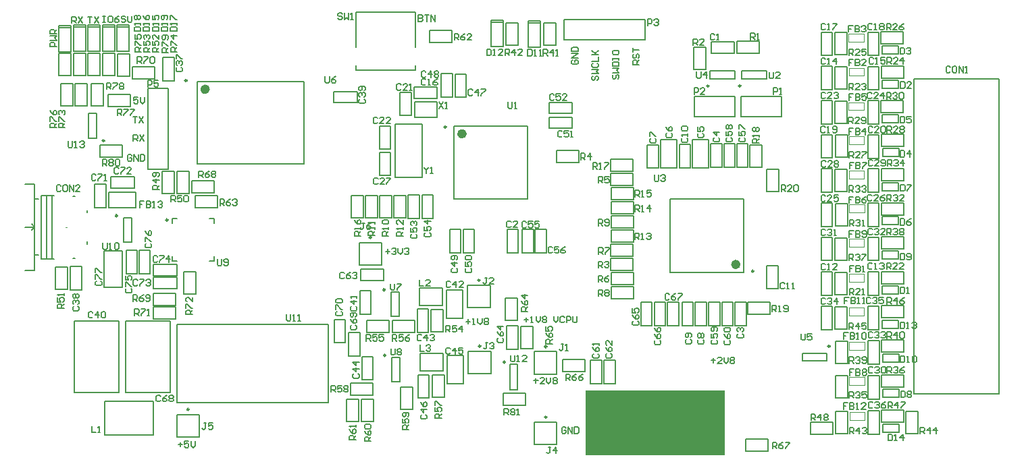
<source format=gto>
G04*
G04 #@! TF.GenerationSoftware,Altium Limited,Altium Designer,18.1.9 (240)*
G04*
G04 Layer_Color=65535*
%FSAX25Y25*%
%MOIN*%
G70*
G01*
G75*
%ADD10C,0.00984*%
%ADD11C,0.02362*%
%ADD12C,0.00787*%
%ADD13C,0.00315*%
%ADD14C,0.00394*%
%ADD15C,0.00591*%
%ADD16R,0.68898X0.31929*%
D10*
X0121754Y0267110D02*
G03*
X0121754Y0267110I-0000492J0000000D01*
G01*
X0153047Y0227937D02*
G03*
X0153047Y0227937I-0000492J0000000D01*
G01*
X0162495Y0296815D02*
G03*
X0162495Y0296815I-0000492J0000000D01*
G01*
X0319582Y0157661D02*
G03*
X0319582Y0157661I-0000492J0000000D01*
G01*
X0420084Y0294112D02*
G03*
X0420084Y0294112I-0000492J0000000D01*
G01*
X0435783Y0294212D02*
G03*
X0435783Y0294212I-0000492J0000000D01*
G01*
X0128194Y0230000D02*
G03*
X0128194Y0230000I-0000492J0000000D01*
G01*
X0260600Y0161036D02*
G03*
X0260600Y0161036I-0000492J0000000D01*
G01*
X0260257Y0193412D02*
G03*
X0260257Y0193412I-0000492J0000000D01*
G01*
X0479857Y0165539D02*
G03*
X0479857Y0165539I-0000492J0000000D01*
G01*
X0253440Y0219338D02*
G03*
X0253440Y0219338I-0000492J0000000D01*
G01*
X0163539Y0134296D02*
G03*
X0163539Y0134296I-0000492J0000000D01*
G01*
X0340054Y0165373D02*
G03*
X0340054Y0165373I-0000492J0000000D01*
G01*
X0307070Y0198096D02*
G03*
X0307070Y0198096I-0000492J0000000D01*
G01*
X0307413Y0165621D02*
G03*
X0307413Y0165621I-0000492J0000000D01*
G01*
X0340054Y0130496D02*
G03*
X0340054Y0130496I-0000492J0000000D01*
G01*
X0442209Y0202606D02*
G03*
X0442209Y0202606I-0000492J0000000D01*
G01*
X0290429Y0273845D02*
G03*
X0290429Y0273845I-0000492J0000000D01*
G01*
D11*
X0172633Y0292504D02*
G03*
X0172633Y0292504I-0001181J0000000D01*
G01*
X0434532Y0205952D02*
G03*
X0434532Y0205952I-0001181J0000000D01*
G01*
X0299386Y0270498D02*
G03*
X0299386Y0270498I-0001181J0000000D01*
G01*
D12*
X0082673Y0203134D02*
X0087397D01*
Y0245654D01*
X0082673D02*
X0087397D01*
X0113184Y0216126D02*
Y0217307D01*
X0106295Y0239748D02*
X0107082D01*
X0090743Y0208646D02*
Y0240142D01*
X0096846D01*
X0090743Y0208646D02*
X0096846D01*
X0095861D02*
Y0240142D01*
X0093106Y0208646D02*
Y0240142D01*
X0106295Y0209039D02*
X0107082D01*
X0113184Y0231480D02*
Y0232661D01*
X0087397Y0210614D02*
X0089365D01*
X0087397Y0238173D02*
X0089365D01*
X0082673Y0224394D02*
X0087397D01*
X0085822Y0222819D02*
X0087397Y0224394D01*
X0085822Y0225969D02*
X0087397Y0224394D01*
X0113880Y0268291D02*
X0117816D01*
X0113880Y0280496D02*
X0117816D01*
Y0268291D02*
Y0280496D01*
X0113880Y0268291D02*
Y0280496D01*
X0563097Y0141835D02*
Y0297740D01*
X0521365D02*
X0563097D01*
X0521365Y0141835D02*
X0563097D01*
X0521365D02*
Y0297740D01*
X0155113Y0207661D02*
X0157476D01*
X0155113D02*
Y0210024D01*
X0173617Y0207661D02*
X0175979D01*
Y0210024D01*
Y0226165D02*
Y0228528D01*
X0173617D02*
X0175979D01*
X0155113D02*
X0157476D01*
X0155113Y0226165D02*
Y0228528D01*
X0167515Y0255496D02*
Y0296441D01*
X0220271Y0255496D02*
Y0296441D01*
X0167515D02*
X0220271D01*
X0167515Y0255496D02*
X0220271D01*
X0322042Y0144079D02*
X0325586D01*
X0322042Y0156677D02*
X0325586D01*
Y0144079D02*
Y0156677D01*
X0322042Y0144079D02*
Y0156677D01*
X0420576Y0297557D02*
Y0301494D01*
X0432780Y0297557D02*
Y0301494D01*
X0420576Y0297557D02*
X0432780D01*
X0420576Y0301494D02*
X0432780D01*
X0436276Y0297657D02*
Y0301594D01*
X0448480Y0297657D02*
Y0301594D01*
X0436276Y0297657D02*
X0448480D01*
X0436276Y0301594D02*
X0448480D01*
X0131147Y0229016D02*
X0135084D01*
X0131147Y0216811D02*
X0135084D01*
X0131147D02*
Y0229016D01*
X0135084Y0216811D02*
Y0229016D01*
X0267490Y0147847D02*
Y0160052D01*
X0263553Y0147847D02*
Y0160052D01*
Y0147847D02*
X0267490D01*
X0263553Y0160052D02*
X0267490D01*
X0267146Y0180223D02*
Y0192428D01*
X0263210Y0180223D02*
Y0192428D01*
Y0180223D02*
X0267146D01*
X0263210Y0192428D02*
X0267146D01*
X0466176Y0158157D02*
X0478380D01*
X0466176Y0162094D02*
X0478380D01*
X0466176Y0158157D02*
Y0162094D01*
X0478380Y0158157D02*
Y0162094D01*
X0265285Y0249001D02*
Y0275379D01*
Y0249001D02*
X0278671D01*
Y0275379D01*
X0265285D02*
X0278671D01*
X0505878Y0122925D02*
X0513878D01*
Y0126925D01*
X0505878D02*
X0513878D01*
X0505878Y0122925D02*
Y0126925D01*
X0505647Y0174425D02*
X0513647D01*
Y0178425D01*
X0505647D02*
X0513647D01*
X0505647Y0174425D02*
Y0178425D01*
X0505747Y0157625D02*
X0513747D01*
Y0161625D01*
X0505747D02*
X0513747D01*
X0505747Y0157625D02*
Y0161625D01*
X0505647Y0208525D02*
X0513647D01*
Y0212525D01*
X0505647D02*
X0513647D01*
X0505647Y0208525D02*
Y0212525D01*
X0505747Y0140325D02*
X0513747D01*
Y0144325D01*
X0505747D02*
X0513747D01*
X0505747Y0140325D02*
Y0144325D01*
X0505647Y0242325D02*
X0513647D01*
Y0246325D01*
X0505647D02*
X0513647D01*
X0505647Y0242325D02*
Y0246325D01*
Y0225525D02*
X0513647D01*
Y0229525D01*
X0505647D02*
X0513647D01*
X0505647Y0225525D02*
Y0229525D01*
X0505446Y0276025D02*
X0513447D01*
Y0280025D01*
X0505446D02*
X0513447D01*
X0505446Y0276025D02*
Y0280025D01*
X0505747Y0259325D02*
X0513747D01*
Y0263325D01*
X0505747D02*
X0513747D01*
X0505747Y0259325D02*
Y0263325D01*
X0505578Y0309825D02*
X0513578D01*
Y0313825D01*
X0505578D02*
X0513578D01*
X0505578Y0309825D02*
Y0313825D01*
X0505647Y0293125D02*
X0513647D01*
Y0297125D01*
X0505647D02*
X0513647D01*
X0505647Y0293125D02*
Y0297125D01*
X0505625Y0191325D02*
X0513625D01*
Y0195325D01*
X0505625D02*
X0513625D01*
X0505625Y0191325D02*
Y0195325D01*
X0157436Y0137779D02*
X0232239D01*
Y0176362D01*
X0157436Y0137779D02*
Y0176362D01*
X0232239D01*
X0248721Y0128450D02*
X0254721D01*
X0248721D02*
Y0139450D01*
X0254721D01*
Y0128450D02*
Y0139450D01*
X0150342Y0252125D02*
X0156342D01*
Y0241125D02*
Y0252125D01*
X0150342Y0241125D02*
X0156342D01*
X0150342D02*
Y0252125D01*
X0150592Y0296793D02*
Y0308293D01*
X0156092D01*
Y0296793D02*
Y0308293D01*
X0150592Y0296793D02*
X0156092D01*
X0120814Y0310209D02*
X0126814D01*
Y0299209D02*
Y0310209D01*
X0120814Y0299209D02*
X0126814D01*
X0120814D02*
Y0310209D01*
X0164945Y0241472D02*
Y0247472D01*
X0175945D01*
Y0241472D02*
Y0247472D01*
X0164945Y0241472D02*
X0175945D01*
X0106444Y0324201D02*
X0112444D01*
X0106444Y0323201D02*
X0112444D01*
Y0311201D02*
Y0324201D01*
X0106444Y0311201D02*
X0112444D01*
X0106444D02*
Y0324201D01*
X0113728Y0324201D02*
X0119728D01*
X0113728Y0323201D02*
X0119728D01*
Y0311201D02*
Y0324201D01*
X0113728Y0311201D02*
X0119728D01*
X0113728D02*
Y0324201D01*
X0120814Y0324201D02*
X0126814D01*
X0120814Y0323201D02*
X0126814D01*
Y0311201D02*
Y0324201D01*
X0120814Y0311201D02*
X0126814D01*
X0120814D02*
Y0324201D01*
X0247436Y0205755D02*
Y0216779D01*
X0247436Y0205755D02*
X0258460D01*
Y0216779D01*
X0247436Y0216779D02*
X0258460D01*
X0157535Y0120713D02*
Y0131737D01*
X0157535Y0120713D02*
X0168558D01*
Y0131737D01*
X0157535Y0131737D02*
X0168558D01*
X0235237Y0167226D02*
Y0178726D01*
X0240737D01*
Y0167226D02*
Y0178726D01*
X0235237Y0167226D02*
X0240737D01*
X0247824Y0160663D02*
Y0172163D01*
X0242324Y0160663D02*
X0247824D01*
X0242324D02*
Y0172163D01*
X0247824D01*
X0157070Y0185625D02*
Y0191625D01*
X0146070Y0185625D02*
X0157070D01*
X0146070D02*
Y0191625D01*
X0157070D01*
X0124926Y0243650D02*
X0136426D01*
X0124926D02*
Y0249150D01*
X0136426D01*
Y0243650D02*
Y0249150D01*
X0116977Y0233998D02*
Y0245498D01*
X0122477D01*
Y0233998D02*
Y0245498D01*
X0116977Y0233998D02*
X0122477D01*
X0135637Y0297772D02*
Y0303772D01*
X0146637D01*
Y0297772D02*
Y0303772D01*
X0135637Y0297772D02*
X0146637D01*
X0146070Y0178874D02*
Y0184874D01*
X0157070D01*
Y0178874D02*
Y0184874D01*
X0146070Y0178874D02*
X0157070D01*
X0146017Y0200384D02*
X0157517D01*
X0146017D02*
Y0205884D01*
X0157517D01*
Y0200384D02*
Y0205884D01*
X0146018Y0194022D02*
X0157518D01*
X0146018D02*
Y0199522D01*
X0157518D01*
Y0194022D02*
Y0199522D01*
X0160972Y0191272D02*
X0166972D01*
X0160972D02*
Y0202272D01*
X0166972D01*
Y0191272D02*
Y0202272D01*
X0130448Y0259125D02*
Y0265125D01*
X0119448Y0259125D02*
X0130448D01*
X0119448D02*
Y0265125D01*
X0130448D01*
X0100342Y0284248D02*
X0106342D01*
X0100342D02*
Y0295248D01*
X0106342D01*
Y0284248D02*
Y0295248D01*
X0128295Y0309815D02*
X0134294D01*
Y0298815D02*
Y0309815D01*
X0128295Y0298815D02*
X0134294D01*
X0128295D02*
Y0309815D01*
X0099365Y0310209D02*
X0105365D01*
Y0299209D02*
Y0310209D01*
X0099365Y0299209D02*
X0105365D01*
X0099365D02*
Y0310209D01*
X0107270Y0284248D02*
X0113270D01*
X0107270D02*
Y0295248D01*
X0113270D01*
Y0284248D02*
Y0295248D01*
X0127901Y0324201D02*
X0133901D01*
X0127901Y0323201D02*
X0133901D01*
Y0311201D02*
Y0324201D01*
X0127901Y0311201D02*
X0133901D01*
X0127901D02*
Y0324201D01*
X0099365Y0324110D02*
X0105365D01*
X0099365Y0323110D02*
X0105365D01*
Y0311110D02*
Y0324110D01*
X0099365Y0311110D02*
X0105365D01*
X0099365D02*
Y0324110D01*
X0121676Y0194688D02*
Y0212688D01*
X0130676D01*
Y0194688D02*
Y0212688D01*
X0121676Y0194688D02*
X0130676D01*
X0144282Y0201320D02*
Y0212820D01*
X0138782Y0201320D02*
X0144282D01*
X0138782D02*
Y0212820D01*
X0144282D01*
X0137994Y0201320D02*
Y0212820D01*
X0132494Y0201320D02*
X0137994D01*
X0132494D02*
Y0212820D01*
X0137994D01*
X0123432Y0283992D02*
Y0289992D01*
X0134432D01*
Y0283992D02*
Y0289992D01*
X0123432Y0283992D02*
X0134432D01*
X0115153Y0295247D02*
X0121153D01*
Y0284247D02*
Y0295247D01*
X0115153Y0284247D02*
X0121153D01*
X0115153D02*
Y0295247D01*
X0318708Y0136350D02*
Y0142350D01*
X0329708D01*
Y0136350D02*
Y0142350D01*
X0318708Y0136350D02*
X0329708D01*
X0122043Y0121638D02*
Y0128527D01*
Y0121638D02*
X0146058D01*
Y0138173D01*
X0122043D02*
X0146058D01*
X0122043Y0128527D02*
Y0138173D01*
X0123814Y0233842D02*
Y0241717D01*
Y0233842D02*
X0137200D01*
Y0241717D01*
X0123814D02*
X0137200D01*
X0104922Y0193447D02*
Y0204947D01*
X0110423D01*
Y0193447D02*
Y0204947D01*
X0104922Y0193447D02*
X0110423D01*
X0144385Y0177839D02*
X0154129D01*
Y0142504D02*
Y0177839D01*
X0132082Y0142504D02*
X0154129D01*
X0132082D02*
Y0177839D01*
X0144385D01*
X0119188D02*
X0128932D01*
Y0142504D02*
Y0177839D01*
X0106885Y0142504D02*
X0128932D01*
X0106885D02*
Y0177839D01*
X0119188D01*
X0334050Y0151791D02*
Y0162814D01*
X0334050Y0151791D02*
X0345074D01*
Y0162814D01*
X0334050Y0162814D02*
X0345074D01*
X0166739Y0234087D02*
Y0240087D01*
X0177739D01*
Y0234087D02*
Y0240087D01*
X0166739Y0234087D02*
X0177739D01*
X0327178Y0175325D02*
X0333178D01*
Y0164325D02*
Y0175325D01*
X0327178Y0164325D02*
X0333178D01*
X0327178D02*
Y0175325D01*
X0319678Y0189425D02*
X0325678D01*
Y0178425D02*
Y0189425D01*
X0319678Y0178425D02*
X0325678D01*
X0319678D02*
Y0189425D01*
X0348078Y0152890D02*
Y0158890D01*
X0359078D01*
Y0152890D02*
Y0158890D01*
X0348078Y0152890D02*
X0359078D01*
X0438264Y0113520D02*
Y0119520D01*
X0449264D01*
Y0113520D02*
Y0119520D01*
X0438264Y0113520D02*
X0449264D01*
X0234993Y0285817D02*
Y0291317D01*
Y0285817D02*
X0246493D01*
Y0291317D01*
X0234993D02*
X0246493D01*
X0103588Y0193528D02*
Y0204528D01*
X0097588D02*
X0103588D01*
X0097588Y0193528D02*
Y0204528D01*
Y0193528D02*
X0103588D01*
X0113727Y0299209D02*
Y0310209D01*
Y0299209D02*
X0119727D01*
Y0310209D01*
X0113727D02*
X0119727D01*
X0106444Y0299209D02*
Y0310209D01*
Y0299209D02*
X0112444D01*
Y0310209D01*
X0106444D02*
X0112444D01*
X0505078Y0314925D02*
X0516078D01*
Y0320925D01*
X0505078D02*
X0516078D01*
X0505078Y0314925D02*
Y0320925D01*
X0498428Y0309175D02*
X0503928D01*
Y0320675D01*
X0498428D02*
X0503928D01*
X0498428Y0309175D02*
Y0320675D01*
X0488278Y0309525D02*
Y0320525D01*
X0482278D02*
X0488278D01*
X0482278Y0309525D02*
Y0320525D01*
Y0309525D02*
X0488278D01*
X0475428Y0309275D02*
X0480928D01*
Y0320775D01*
X0475428D02*
X0480928D01*
X0475428Y0309275D02*
Y0320775D01*
X0505125Y0196425D02*
X0516125D01*
Y0202425D01*
X0505125D02*
X0516125D01*
X0505125Y0196425D02*
Y0202425D01*
X0498475Y0190723D02*
X0503975D01*
Y0202222D01*
X0498475D02*
X0503975D01*
X0498475Y0190723D02*
Y0202222D01*
X0488325Y0190978D02*
Y0201978D01*
X0482325D02*
X0488325D01*
X0482325Y0190978D02*
Y0201978D01*
Y0190978D02*
X0488325D01*
X0475475Y0190775D02*
X0480975D01*
Y0202275D01*
X0475475D02*
X0480975D01*
X0475475Y0190775D02*
Y0202275D01*
X0488278Y0275725D02*
Y0286725D01*
X0482278D02*
X0488278D01*
X0482278Y0275725D02*
Y0286725D01*
Y0275725D02*
X0488278D01*
X0505078Y0281125D02*
X0516078D01*
Y0287125D01*
X0505078D02*
X0516078D01*
X0505078Y0281125D02*
Y0287125D01*
X0475428Y0275428D02*
X0480928D01*
Y0286928D01*
X0475428D02*
X0480928D01*
X0475428Y0275428D02*
Y0286928D01*
X0498428Y0275375D02*
X0503928D01*
Y0286875D01*
X0498428D02*
X0503928D01*
X0498428Y0275375D02*
Y0286875D01*
X0488378Y0241925D02*
Y0252925D01*
X0482378D02*
X0488378D01*
X0482378Y0241925D02*
Y0252925D01*
Y0241925D02*
X0488378D01*
X0475528Y0241675D02*
X0481028D01*
Y0253175D01*
X0475528D02*
X0481028D01*
X0475528Y0241675D02*
Y0253175D01*
X0498528Y0241675D02*
X0504028D01*
Y0253175D01*
X0498528D02*
X0504028D01*
X0498528Y0241675D02*
Y0253175D01*
X0505178Y0247425D02*
X0516178D01*
Y0253425D01*
X0505178D02*
X0516178D01*
X0505178Y0247425D02*
Y0253425D01*
X0475528Y0207875D02*
X0481028D01*
Y0219375D01*
X0475528D02*
X0481028D01*
X0475528Y0207875D02*
Y0219375D01*
X0488378Y0208125D02*
Y0219125D01*
X0482378D02*
X0488378D01*
X0482378Y0208125D02*
Y0219125D01*
Y0208125D02*
X0488378D01*
X0505178Y0213625D02*
X0516178D01*
Y0219625D01*
X0505178D02*
X0516178D01*
X0505178Y0213625D02*
Y0219625D01*
X0498528Y0207875D02*
X0504028D01*
Y0219375D01*
X0498528D02*
X0504028D01*
X0498528Y0207875D02*
Y0219375D01*
X0488378Y0174025D02*
Y0185025D01*
X0482378D02*
X0488378D01*
X0482378Y0174025D02*
Y0185025D01*
Y0174025D02*
X0488378D01*
X0475528Y0173728D02*
X0481028D01*
Y0185228D01*
X0475528D02*
X0481028D01*
X0475528Y0173728D02*
Y0185228D01*
X0498528Y0173728D02*
X0504028D01*
Y0185228D01*
X0498528D02*
X0504028D01*
X0498528Y0173728D02*
Y0185228D01*
X0505178Y0179525D02*
X0516178D01*
Y0185525D01*
X0505178D02*
X0516178D01*
X0505178Y0179525D02*
Y0185525D01*
X0505125Y0298025D02*
X0516125D01*
Y0304025D01*
X0505125D02*
X0516125D01*
X0505125Y0298025D02*
Y0304025D01*
X0498428Y0292275D02*
X0503928D01*
Y0303775D01*
X0498428D02*
X0503928D01*
X0498428Y0292275D02*
Y0303775D01*
X0488278Y0292572D02*
Y0303572D01*
X0482278D02*
X0488278D01*
X0482278Y0292572D02*
Y0303572D01*
Y0292572D02*
X0488278D01*
X0475428Y0292328D02*
X0480928D01*
Y0303828D01*
X0475428D02*
X0480928D01*
X0475428Y0292328D02*
Y0303828D01*
X0505225Y0264225D02*
X0516225D01*
Y0270225D01*
X0505225D02*
X0516225D01*
X0505225Y0264225D02*
Y0270225D01*
X0498528Y0258475D02*
X0504028D01*
Y0269975D01*
X0498528D02*
X0504028D01*
X0498528Y0258475D02*
Y0269975D01*
X0488478Y0258825D02*
Y0269825D01*
X0482478D02*
X0488478D01*
X0482478Y0258825D02*
Y0269825D01*
Y0258825D02*
X0488478D01*
X0475528Y0258575D02*
X0481028D01*
Y0270075D01*
X0475528D02*
X0481028D01*
X0475528Y0258575D02*
Y0270075D01*
X0505178Y0230425D02*
X0516178D01*
Y0236425D01*
X0505178D02*
X0516178D01*
X0505178Y0230425D02*
Y0236425D01*
X0498528Y0224675D02*
X0504028D01*
Y0236175D01*
X0498528D02*
X0504028D01*
X0498528Y0224675D02*
Y0236175D01*
X0488478Y0225025D02*
Y0236025D01*
X0482478D02*
X0488478D01*
X0482478Y0225025D02*
Y0236025D01*
Y0225025D02*
X0488478D01*
X0475528Y0224728D02*
X0481028D01*
Y0236228D01*
X0475528D02*
X0481028D01*
X0475528Y0224728D02*
Y0236228D01*
X0488578Y0139825D02*
Y0150825D01*
X0482578D02*
X0488578D01*
X0482578Y0139825D02*
Y0150825D01*
Y0139825D02*
X0488578D01*
X0505278Y0145225D02*
X0516278D01*
Y0151225D01*
X0505278D02*
X0516278D01*
X0505278Y0145225D02*
Y0151225D01*
X0498628Y0139428D02*
X0504128D01*
Y0150928D01*
X0498628D02*
X0504128D01*
X0498628Y0139428D02*
Y0150928D01*
X0505278Y0162525D02*
X0516278D01*
Y0168525D01*
X0505278D02*
X0516278D01*
X0505278Y0162525D02*
Y0168525D01*
X0498628Y0156775D02*
X0504128D01*
Y0168275D01*
X0498628D02*
X0504128D01*
X0498628Y0156775D02*
Y0168275D01*
X0482578Y0157125D02*
Y0168125D01*
Y0157125D02*
X0488578D01*
Y0168125D01*
X0482578D02*
X0488578D01*
X0517378Y0122425D02*
Y0133425D01*
Y0122425D02*
X0523378D01*
Y0133425D01*
X0517378D02*
X0523378D01*
X0505278Y0127825D02*
X0516278D01*
Y0133825D01*
X0505278D02*
X0516278D01*
X0505278Y0127825D02*
Y0133825D01*
X0482678Y0122325D02*
Y0133325D01*
Y0122325D02*
X0488678D01*
Y0133325D01*
X0482678D02*
X0488678D01*
X0498628Y0122028D02*
X0504128D01*
Y0133528D01*
X0498628D02*
X0504128D01*
X0498628Y0122028D02*
Y0133528D01*
X0470331Y0121925D02*
X0481331D01*
Y0127925D01*
X0470331D02*
X0481331D01*
X0470331Y0121925D02*
Y0127925D01*
X0251325Y0178225D02*
X0262325D01*
X0251325Y0172225D02*
Y0178225D01*
Y0172225D02*
X0262325D01*
Y0178225D01*
X0247828Y0192875D02*
X0253328D01*
X0247828Y0181375D02*
Y0192875D01*
Y0181375D02*
X0253328D01*
Y0192875D01*
X0277269Y0185794D02*
Y0194456D01*
X0288687D01*
Y0185794D02*
Y0194456D01*
X0277269Y0185794D02*
X0288687D01*
X0298478Y0179425D02*
Y0193425D01*
X0290478D02*
X0298478D01*
X0290478Y0179425D02*
Y0193425D01*
Y0179425D02*
X0298478D01*
X0301066Y0195537D02*
X0312090D01*
X0312090Y0184513D02*
Y0195537D01*
X0301066Y0184513D02*
X0312090D01*
X0301066Y0184513D02*
Y0195537D01*
X0276128Y0183922D02*
X0281628D01*
X0276128Y0172422D02*
Y0183922D01*
Y0172422D02*
X0281628D01*
Y0183922D01*
X0289078Y0172625D02*
Y0183625D01*
X0283078D02*
X0289078D01*
X0283078Y0172625D02*
Y0183625D01*
Y0172625D02*
X0289078D01*
X0263778Y0172225D02*
X0274778D01*
Y0178225D01*
X0263778D02*
X0274778D01*
X0263778Y0172225D02*
Y0178225D01*
X0248771Y0160447D02*
X0254271D01*
X0248771Y0148947D02*
Y0160447D01*
Y0148947D02*
X0254271D01*
Y0160447D01*
X0157626Y0241125D02*
Y0252125D01*
Y0241125D02*
X0163626D01*
Y0252125D01*
X0157626D02*
X0163626D01*
X0243321Y0147450D02*
X0254321D01*
X0243321Y0141450D02*
Y0147450D01*
Y0141450D02*
X0254321D01*
Y0147450D01*
X0247121Y0128350D02*
Y0139350D01*
X0241121D02*
X0247121D01*
X0241121Y0128350D02*
Y0139350D01*
Y0128350D02*
X0247121D01*
X0273921Y0134150D02*
Y0145150D01*
X0267921D02*
X0273921D01*
X0267921Y0134150D02*
Y0145150D01*
Y0134150D02*
X0273921D01*
X0277513Y0153319D02*
Y0161980D01*
X0288930D01*
Y0153319D02*
Y0161980D01*
X0277513Y0153319D02*
X0288930D01*
X0298821Y0146850D02*
Y0160850D01*
X0290821D02*
X0298821D01*
X0290821Y0146850D02*
Y0160850D01*
Y0146850D02*
X0298821D01*
X0301410Y0163061D02*
X0312433D01*
X0312433Y0152038D02*
Y0163061D01*
X0301410Y0152038D02*
X0312433D01*
X0301410Y0152038D02*
Y0163061D01*
X0334050Y0127937D02*
X0345074D01*
X0345074Y0116913D02*
Y0127937D01*
X0334050Y0116913D02*
X0345074D01*
X0334050Y0116913D02*
Y0127937D01*
X0276471Y0151400D02*
X0281971D01*
X0276471Y0139900D02*
Y0151400D01*
Y0139900D02*
X0281971D01*
Y0151400D01*
X0289421Y0140150D02*
Y0151150D01*
X0283421D02*
X0289421D01*
X0283421Y0140150D02*
Y0151150D01*
Y0140150D02*
X0289421D01*
X0436078Y0279125D02*
X0456078D01*
Y0289125D01*
X0436078D02*
X0456078D01*
X0436078Y0279125D02*
Y0289125D01*
X0412778Y0279125D02*
X0432778D01*
Y0289125D01*
X0412778D02*
X0432778D01*
X0412778Y0279125D02*
Y0289125D01*
X0432628Y0310475D02*
Y0315975D01*
X0421128D02*
X0432628D01*
X0421128Y0310475D02*
Y0315975D01*
Y0310475D02*
X0432628D01*
X0433925Y0310225D02*
X0444925D01*
Y0316225D01*
X0433925D02*
X0444925D01*
X0433925Y0310225D02*
Y0316225D01*
X0418578Y0302325D02*
Y0313325D01*
X0412578D02*
X0418578D01*
X0412578Y0302325D02*
Y0313325D01*
Y0302325D02*
X0418578D01*
X0371731Y0202925D02*
X0382731D01*
Y0208925D01*
X0371731D02*
X0382731D01*
X0371731Y0202925D02*
Y0208925D01*
X0371725Y0244925D02*
X0382725D01*
Y0250925D01*
X0371725D02*
X0382725D01*
X0371725Y0244925D02*
Y0250925D01*
X0371778Y0223925D02*
X0382778D01*
Y0229925D01*
X0371778D02*
X0382778D01*
X0371778Y0223925D02*
Y0229925D01*
Y0216925D02*
X0382778D01*
Y0222925D01*
X0371778D02*
X0382778D01*
X0371778Y0216925D02*
Y0222925D01*
Y0243925D02*
X0382778D01*
X0371778Y0237925D02*
Y0243925D01*
Y0237925D02*
X0382778D01*
Y0243925D01*
X0371778Y0195925D02*
X0382778D01*
Y0201925D01*
X0371778D02*
X0382778D01*
X0371778Y0195925D02*
Y0201925D01*
X0371825Y0230925D02*
X0382825D01*
Y0236925D01*
X0371825D02*
X0382825D01*
X0371825Y0230925D02*
Y0236925D01*
X0371731Y0209925D02*
X0382731D01*
Y0215925D01*
X0371731D02*
X0382731D01*
X0371731Y0209925D02*
Y0215925D01*
X0371778Y0188925D02*
X0382778D01*
Y0194925D01*
X0371778D02*
X0382778D01*
X0371778Y0188925D02*
Y0194925D01*
X0406828Y0175723D02*
X0412328D01*
Y0187223D01*
X0406828D02*
X0412328D01*
X0406828Y0175723D02*
Y0187223D01*
X0413328Y0187222D02*
X0418828D01*
X0413328Y0175722D02*
Y0187222D01*
Y0175722D02*
X0418828D01*
Y0187222D01*
X0420928Y0254075D02*
X0426428D01*
Y0265575D01*
X0420928D02*
X0426428D01*
X0420928Y0254075D02*
Y0265575D01*
X0411978Y0253625D02*
Y0267625D01*
Y0253625D02*
X0419978D01*
Y0267625D01*
X0411978D02*
X0419978D01*
X0405428Y0265228D02*
X0410928D01*
X0405428Y0253728D02*
Y0265228D01*
Y0253728D02*
X0410928D01*
Y0265228D01*
X0396178Y0253665D02*
Y0267665D01*
Y0253665D02*
X0404178D01*
Y0267665D01*
X0396178D02*
X0404178D01*
X0389628Y0265075D02*
X0395128D01*
X0389628Y0253575D02*
Y0265075D01*
Y0253575D02*
X0395128D01*
Y0265075D01*
X0401068Y0238235D02*
X0437288D01*
X0401068Y0202015D02*
X0437288D01*
X0401068D02*
Y0238235D01*
X0437288Y0202015D02*
Y0238235D01*
X0448728Y0193975D02*
X0454228D01*
Y0205475D01*
X0448728D02*
X0454228D01*
X0448728Y0193975D02*
Y0205475D01*
X0348578Y0316925D02*
Y0326925D01*
X0388578D01*
X0348578Y0316925D02*
X0388578D01*
Y0326925D01*
X0432928Y0187222D02*
X0438428D01*
X0432928Y0175722D02*
Y0187222D01*
Y0175722D02*
X0438428D01*
Y0187222D01*
X0439278Y0181325D02*
X0450278D01*
Y0187325D01*
X0439278D02*
X0450278D01*
X0439278Y0181325D02*
Y0187325D01*
X0257578Y0228872D02*
Y0239872D01*
Y0228872D02*
X0263578D01*
Y0239872D01*
X0257578D02*
X0263578D01*
X0270578Y0228872D02*
Y0239872D01*
X0264578D02*
X0270578D01*
X0264578Y0228872D02*
Y0239872D01*
Y0228872D02*
X0270578D01*
X0320428Y0223222D02*
X0325928D01*
X0320428Y0211722D02*
Y0223222D01*
Y0211722D02*
X0325928D01*
Y0223222D01*
X0256578Y0228872D02*
Y0239872D01*
X0250578D02*
X0256578D01*
X0250578Y0228872D02*
Y0239872D01*
Y0228872D02*
X0256578D01*
X0345078Y0262225D02*
X0356078D01*
X0345078Y0256225D02*
Y0262225D01*
Y0256225D02*
X0356078D01*
Y0262225D01*
X0243578Y0228872D02*
Y0239872D01*
Y0228872D02*
X0249578D01*
Y0239872D01*
X0243578D02*
X0249578D01*
X0248182Y0198022D02*
Y0203522D01*
Y0198022D02*
X0259682D01*
Y0203522D01*
X0248182D02*
X0259682D01*
X0320328Y0175575D02*
X0325828D01*
X0320328Y0164075D02*
Y0175575D01*
Y0164075D02*
X0325828D01*
Y0175575D01*
X0143224Y0292937D02*
X0153224D01*
Y0252937D02*
Y0292937D01*
X0143224Y0252937D02*
Y0292937D01*
Y0252937D02*
X0153224D01*
X0338578Y0314225D02*
Y0325225D01*
Y0314225D02*
X0344578D01*
Y0325225D01*
X0338578D02*
X0344578D01*
X0330853Y0326403D02*
X0336853D01*
X0330853Y0325403D02*
X0336853D01*
Y0313403D02*
Y0326403D01*
X0330853Y0313403D02*
X0336853D01*
X0330853D02*
Y0326403D01*
X0312478Y0326676D02*
X0318478D01*
X0312478Y0325676D02*
X0318478D01*
Y0313676D02*
Y0326676D01*
X0312478Y0313676D02*
X0318478D01*
X0312478D02*
Y0326676D01*
X0319778Y0314325D02*
Y0325325D01*
Y0314325D02*
X0325778D01*
Y0325325D01*
X0319778D02*
X0325778D01*
X0257428Y0249875D02*
X0262928D01*
Y0261375D01*
X0257428D02*
X0262928D01*
X0257428Y0249875D02*
Y0261375D01*
Y0274422D02*
X0262928D01*
X0257428Y0262922D02*
Y0274422D01*
Y0262922D02*
X0262928D01*
Y0274422D01*
X0274812Y0278488D02*
Y0286362D01*
X0285835D01*
Y0278488D02*
Y0286362D01*
X0274812Y0278488D02*
X0285835D01*
X0294268Y0238215D02*
X0330488D01*
X0294268Y0274435D02*
X0330488D01*
Y0238215D02*
Y0274435D01*
X0294268Y0238215D02*
Y0274435D01*
X0267628Y0279575D02*
X0273128D01*
Y0291075D01*
X0267628D02*
X0273128D01*
X0267628Y0279575D02*
Y0291075D01*
X0286028Y0288075D02*
Y0293575D01*
X0274528D02*
X0286028D01*
X0274528Y0288075D02*
Y0293575D01*
Y0288075D02*
X0286028D01*
X0294828Y0288575D02*
X0300328D01*
Y0300075D01*
X0294828D02*
X0300328D01*
X0294828Y0288575D02*
Y0300075D01*
X0287928Y0288675D02*
X0293428D01*
Y0300175D01*
X0287928D02*
X0293428D01*
X0287928Y0288675D02*
Y0300175D01*
X0292128Y0223175D02*
X0297628D01*
X0292128Y0211675D02*
Y0223175D01*
Y0211675D02*
X0297628D01*
Y0223175D01*
X0298828Y0223222D02*
X0304328D01*
X0298828Y0211722D02*
Y0223222D01*
Y0211722D02*
X0304328D01*
Y0223222D01*
X0334328Y0223175D02*
X0339828D01*
X0334328Y0211675D02*
Y0223175D01*
Y0211675D02*
X0339828D01*
Y0223175D01*
X0327928D02*
X0333428D01*
X0327928Y0211675D02*
Y0223175D01*
Y0211675D02*
X0333428D01*
Y0223175D01*
X0271728Y0240175D02*
X0277228D01*
X0271728Y0228675D02*
Y0240175D01*
Y0228675D02*
X0277228D01*
Y0240175D01*
X0278428Y0240222D02*
X0283928D01*
X0278428Y0228722D02*
Y0240222D01*
Y0228722D02*
X0283928D01*
Y0240222D01*
X0341128Y0273275D02*
Y0278775D01*
Y0273275D02*
X0352628D01*
Y0278775D01*
X0341128D02*
X0352628D01*
X0341181Y0280575D02*
Y0286075D01*
Y0280575D02*
X0352681D01*
Y0286075D01*
X0341181D02*
X0352681D01*
X0386528Y0187275D02*
X0392028D01*
X0386528Y0175775D02*
Y0187275D01*
Y0175775D02*
X0392028D01*
Y0187275D01*
X0393128D02*
X0398628D01*
X0393128Y0175775D02*
Y0187275D01*
Y0175775D02*
X0398628D01*
Y0187275D01*
X0399728D02*
X0405228D01*
X0399728Y0175775D02*
Y0187275D01*
Y0175775D02*
X0405228D01*
Y0187275D01*
X0427428Y0254075D02*
X0432928D01*
Y0265575D01*
X0427428D02*
X0432928D01*
X0427428Y0254075D02*
Y0265575D01*
X0433828Y0254075D02*
X0439328D01*
Y0265575D01*
X0433828D02*
X0439328D01*
X0433828Y0254075D02*
Y0265575D01*
X0440178Y0253925D02*
Y0264925D01*
Y0253925D02*
X0446178D01*
Y0264925D01*
X0440178D02*
X0446178D01*
X0419928Y0187175D02*
X0425428D01*
X0419928Y0175675D02*
Y0187175D01*
Y0175675D02*
X0425428D01*
Y0187175D01*
X0426428D02*
X0431928D01*
X0426428Y0175675D02*
Y0187175D01*
Y0175675D02*
X0431928D01*
Y0187175D01*
X0448478Y0242125D02*
Y0253125D01*
Y0242125D02*
X0454478D01*
Y0253125D01*
X0448478D02*
X0454478D01*
X0371578Y0257925D02*
X0382578D01*
X0371578Y0251925D02*
Y0257925D01*
Y0251925D02*
X0382578D01*
Y0257925D01*
X0368308Y0158640D02*
X0373808D01*
X0368308Y0147140D02*
Y0158640D01*
Y0147140D02*
X0373808D01*
Y0158640D01*
X0361615D02*
X0367115D01*
X0361615Y0147140D02*
Y0158640D01*
Y0147140D02*
X0367115D01*
Y0158640D01*
X0245991Y0313433D02*
Y0330756D01*
X0275124D01*
Y0313433D02*
Y0330756D01*
X0245991Y0302016D02*
Y0304378D01*
Y0302016D02*
X0275124D01*
Y0304378D01*
X0282378Y0321725D02*
X0293378D01*
X0282378Y0315725D02*
Y0321725D01*
Y0315725D02*
X0293378D01*
Y0321725D01*
D13*
X0102554Y0224394D02*
X0103342D01*
D14*
X0489438Y0128957D02*
Y0132894D01*
Y0128957D02*
X0496918D01*
Y0132894D01*
X0489438D02*
X0496918D01*
X0489138Y0180557D02*
Y0184494D01*
Y0180557D02*
X0496618D01*
Y0184494D01*
X0489138D02*
X0496618D01*
X0489387Y0163657D02*
Y0167594D01*
Y0163657D02*
X0496868D01*
Y0167594D01*
X0489387D02*
X0496868D01*
X0489138Y0214657D02*
Y0218594D01*
Y0214657D02*
X0496618D01*
Y0218594D01*
X0489138D02*
X0496618D01*
X0489388Y0146357D02*
Y0150294D01*
Y0146357D02*
X0496869D01*
Y0150294D01*
X0489388D02*
X0496869D01*
X0489138Y0248457D02*
Y0252394D01*
Y0248457D02*
X0496618D01*
Y0252394D01*
X0489138D02*
X0496618D01*
X0489288Y0231557D02*
Y0235494D01*
Y0231557D02*
X0496769D01*
Y0235494D01*
X0489288D02*
X0496769D01*
X0489038Y0282157D02*
Y0286094D01*
Y0282157D02*
X0496518D01*
Y0286094D01*
X0489038D02*
X0496518D01*
X0489238Y0265357D02*
Y0269294D01*
Y0265357D02*
X0496718D01*
Y0269294D01*
X0489238D02*
X0496718D01*
X0489038Y0315957D02*
Y0319894D01*
Y0315957D02*
X0496518D01*
Y0319894D01*
X0489038D02*
X0496518D01*
X0489087Y0299157D02*
Y0303094D01*
Y0299157D02*
X0496568D01*
Y0303094D01*
X0489087D02*
X0496568D01*
X0489185Y0197457D02*
Y0201394D01*
Y0197457D02*
X0496665D01*
Y0201394D01*
X0489185D02*
X0496665D01*
D15*
X0132221Y0328281D02*
X0131697Y0328806D01*
X0130647D01*
X0130122Y0328281D01*
Y0327756D01*
X0130647Y0327232D01*
X0131697D01*
X0132221Y0326707D01*
Y0326182D01*
X0131697Y0325657D01*
X0130647D01*
X0130122Y0326182D01*
X0133271Y0328806D02*
Y0326182D01*
X0133796Y0325657D01*
X0134845D01*
X0135370Y0326182D01*
Y0328806D01*
X0121058Y0328723D02*
X0122108D01*
X0121583D01*
Y0325575D01*
X0121058D01*
X0122108D01*
X0125256Y0328723D02*
X0124207D01*
X0123682Y0328199D01*
Y0326100D01*
X0124207Y0325575D01*
X0125256D01*
X0125781Y0326100D01*
Y0328199D01*
X0125256Y0328723D01*
X0128930D02*
X0127880Y0328199D01*
X0126831Y0327149D01*
Y0326100D01*
X0127356Y0325575D01*
X0128405D01*
X0128930Y0326100D01*
Y0326624D01*
X0128405Y0327149D01*
X0126831D01*
X0113637Y0328330D02*
X0115737D01*
X0114687D01*
Y0325181D01*
X0116786Y0328330D02*
X0118885Y0325181D01*
Y0328330D02*
X0116786Y0325181D01*
X0105655D02*
Y0328330D01*
X0107229D01*
X0107754Y0327805D01*
Y0326755D01*
X0107229Y0326231D01*
X0105655D01*
X0106705D02*
X0107754Y0325181D01*
X0108804Y0328330D02*
X0110903Y0325181D01*
Y0328330D02*
X0108804Y0325181D01*
X0098163Y0313633D02*
X0095014D01*
Y0315207D01*
X0095539Y0315732D01*
X0096588D01*
X0097113Y0315207D01*
Y0313633D01*
X0095014Y0316782D02*
X0098163D01*
X0097113Y0317831D01*
X0098163Y0318881D01*
X0095014D01*
X0098163Y0319930D02*
X0095014D01*
Y0321505D01*
X0095539Y0322029D01*
X0096588D01*
X0097113Y0321505D01*
Y0319930D01*
Y0320980D02*
X0098163Y0322029D01*
X0158157Y0116974D02*
X0160256D01*
X0159206Y0118023D02*
Y0115924D01*
X0163405Y0118548D02*
X0161305D01*
Y0116974D01*
X0162355Y0117499D01*
X0162880D01*
X0163405Y0116974D01*
Y0115924D01*
X0162880Y0115400D01*
X0161830D01*
X0161305Y0115924D01*
X0164454Y0118548D02*
Y0116449D01*
X0165504Y0115400D01*
X0166553Y0116449D01*
Y0118548D01*
X0253342Y0118488D02*
X0250193D01*
Y0120062D01*
X0250718Y0120587D01*
X0251767D01*
X0252292Y0120062D01*
Y0118488D01*
Y0119538D02*
X0253342Y0120587D01*
X0250193Y0123736D02*
X0250718Y0122686D01*
X0251767Y0121637D01*
X0252817D01*
X0253342Y0122162D01*
Y0123211D01*
X0252817Y0123736D01*
X0252292D01*
X0251767Y0123211D01*
Y0121637D01*
X0250718Y0124785D02*
X0250193Y0125310D01*
Y0126360D01*
X0250718Y0126884D01*
X0252817D01*
X0253342Y0126360D01*
Y0125310D01*
X0252817Y0124785D01*
X0250718D01*
X0148814Y0242999D02*
X0145666D01*
Y0244573D01*
X0146190Y0245098D01*
X0147240D01*
X0147765Y0244573D01*
Y0242999D01*
Y0244049D02*
X0148814Y0245098D01*
Y0247722D02*
X0145666D01*
X0147240Y0246148D01*
Y0248247D01*
X0148289Y0249296D02*
X0148814Y0249821D01*
Y0250871D01*
X0148289Y0251395D01*
X0146190D01*
X0145666Y0250871D01*
Y0249821D01*
X0146190Y0249296D01*
X0146715D01*
X0147240Y0249821D01*
Y0251395D01*
X0157624Y0303371D02*
X0157099Y0302846D01*
Y0301796D01*
X0157624Y0301272D01*
X0159723D01*
X0160248Y0301796D01*
Y0302846D01*
X0159723Y0303371D01*
X0157624Y0304420D02*
X0157099Y0304945D01*
Y0305995D01*
X0157624Y0306519D01*
X0158149D01*
X0158674Y0305995D01*
Y0305470D01*
Y0305995D01*
X0159198Y0306519D01*
X0159723D01*
X0160248Y0305995D01*
Y0304945D01*
X0159723Y0304420D01*
X0157099Y0307569D02*
Y0309668D01*
X0157624D01*
X0159723Y0307569D01*
X0160248D01*
X0103888Y0266928D02*
Y0264304D01*
X0104413Y0263779D01*
X0105462D01*
X0105987Y0264304D01*
Y0266928D01*
X0107036Y0263779D02*
X0108086D01*
X0107561D01*
Y0266928D01*
X0107036Y0266403D01*
X0109660D02*
X0110185Y0266928D01*
X0111235D01*
X0111759Y0266403D01*
Y0265878D01*
X0111235Y0265353D01*
X0110710D01*
X0111235D01*
X0111759Y0264829D01*
Y0264304D01*
X0111235Y0263779D01*
X0110185D01*
X0109660Y0264304D01*
X0153342Y0310777D02*
X0150193D01*
Y0312351D01*
X0150718Y0312876D01*
X0151767D01*
X0152292Y0312351D01*
Y0310777D01*
Y0311827D02*
X0153342Y0312876D01*
X0150193Y0313926D02*
Y0316025D01*
X0150718D01*
X0152817Y0313926D01*
X0153342D01*
X0152817Y0317074D02*
X0153342Y0317599D01*
Y0318649D01*
X0152817Y0319173D01*
X0150718D01*
X0150193Y0318649D01*
Y0317599D01*
X0150718Y0317074D01*
X0151243D01*
X0151767Y0317599D01*
Y0319173D01*
X0168341Y0248975D02*
Y0252123D01*
X0169916D01*
X0170440Y0251599D01*
Y0250549D01*
X0169916Y0250024D01*
X0168341D01*
X0169391D02*
X0170440Y0248975D01*
X0173589Y0252123D02*
X0172539Y0251599D01*
X0171490Y0250549D01*
Y0249500D01*
X0172015Y0248975D01*
X0173064D01*
X0173589Y0249500D01*
Y0250024D01*
X0173064Y0250549D01*
X0171490D01*
X0174638Y0251599D02*
X0175163Y0252123D01*
X0176213D01*
X0176737Y0251599D01*
Y0251074D01*
X0176213Y0250549D01*
X0176737Y0250024D01*
Y0249500D01*
X0176213Y0248975D01*
X0175163D01*
X0174638Y0249500D01*
Y0250024D01*
X0175163Y0250549D01*
X0174638Y0251074D01*
Y0251599D01*
X0175163Y0250549D02*
X0176213D01*
X0140827Y0321244D02*
X0143975D01*
Y0322818D01*
X0143451Y0323343D01*
X0141352D01*
X0140827Y0322818D01*
Y0321244D01*
X0143975Y0324393D02*
Y0325442D01*
Y0324918D01*
X0140827D01*
X0141352Y0324393D01*
X0140827Y0329116D02*
X0141352Y0328066D01*
X0142401Y0327016D01*
X0143451D01*
X0143975Y0327541D01*
Y0328591D01*
X0143451Y0329116D01*
X0142926D01*
X0142401Y0328591D01*
Y0327016D01*
X0145469Y0321244D02*
X0148617D01*
Y0322818D01*
X0148093Y0323343D01*
X0145993D01*
X0145469Y0322818D01*
Y0321244D01*
X0148617Y0324393D02*
Y0325442D01*
Y0324918D01*
X0145469D01*
X0145993Y0324393D01*
X0145469Y0329116D02*
Y0327016D01*
X0147043D01*
X0146518Y0328066D01*
Y0328591D01*
X0147043Y0329116D01*
X0148093D01*
X0148617Y0328591D01*
Y0327541D01*
X0148093Y0327016D01*
X0149800Y0321244D02*
X0152948D01*
Y0322818D01*
X0152423Y0323343D01*
X0150324D01*
X0149800Y0322818D01*
Y0321244D01*
X0152948Y0324393D02*
Y0325442D01*
Y0324918D01*
X0149800D01*
X0150324Y0324393D01*
X0152423Y0327016D02*
X0152948Y0327541D01*
Y0328591D01*
X0152423Y0329116D01*
X0150324D01*
X0149800Y0328591D01*
Y0327541D01*
X0150324Y0327016D01*
X0150849D01*
X0151374Y0327541D01*
Y0329116D01*
X0121058Y0216519D02*
Y0213895D01*
X0121583Y0213370D01*
X0122633D01*
X0123157Y0213895D01*
Y0216519D01*
X0124207Y0213370D02*
X0125256D01*
X0124732D01*
Y0216519D01*
X0124207Y0215994D01*
X0126831D02*
X0127356Y0216519D01*
X0128405D01*
X0128930Y0215994D01*
Y0213895D01*
X0128405Y0213370D01*
X0127356D01*
X0126831Y0213895D01*
Y0215994D01*
X0250097Y0226466D02*
X0249048D01*
X0249572D01*
Y0223842D01*
X0249048Y0223317D01*
X0248523D01*
X0247998Y0223842D01*
X0253246Y0226466D02*
X0252196Y0225941D01*
X0251147Y0224891D01*
Y0223842D01*
X0251671Y0223317D01*
X0252721D01*
X0253246Y0223842D01*
Y0224366D01*
X0252721Y0224891D01*
X0251147D01*
X0172045Y0127542D02*
X0170996D01*
X0171520D01*
Y0124918D01*
X0170996Y0124394D01*
X0170471D01*
X0169946Y0124918D01*
X0175194Y0127542D02*
X0173095D01*
Y0125968D01*
X0174144Y0126493D01*
X0174669D01*
X0175194Y0125968D01*
Y0124918D01*
X0174669Y0124394D01*
X0173619D01*
X0173095Y0124918D01*
X0211610Y0181274D02*
Y0178650D01*
X0212134Y0178125D01*
X0213184D01*
X0213708Y0178650D01*
Y0181274D01*
X0214758Y0178125D02*
X0215808D01*
X0215283D01*
Y0181274D01*
X0214758Y0180749D01*
X0217382Y0178125D02*
X0218431D01*
X0217907D01*
Y0181274D01*
X0217382Y0180749D01*
X0236570Y0182671D02*
X0236045Y0182147D01*
Y0181097D01*
X0236570Y0180572D01*
X0238669D01*
X0239194Y0181097D01*
Y0182147D01*
X0238669Y0182671D01*
X0236045Y0183721D02*
Y0185820D01*
X0236570D01*
X0238669Y0183721D01*
X0239194D01*
X0236570Y0186870D02*
X0236045Y0187394D01*
Y0188444D01*
X0236570Y0188969D01*
X0238669D01*
X0239194Y0188444D01*
Y0187394D01*
X0238669Y0186870D01*
X0236570D01*
X0243631Y0175833D02*
X0243107Y0175309D01*
Y0174259D01*
X0243631Y0173734D01*
X0245730D01*
X0246255Y0174259D01*
Y0175309D01*
X0245730Y0175833D01*
X0243107Y0178982D02*
X0243631Y0177933D01*
X0244681Y0176883D01*
X0245730D01*
X0246255Y0177408D01*
Y0178457D01*
X0245730Y0178982D01*
X0245206D01*
X0244681Y0178457D01*
Y0176883D01*
X0245730Y0180032D02*
X0246255Y0180556D01*
Y0181606D01*
X0245730Y0182131D01*
X0243631D01*
X0243107Y0181606D01*
Y0180556D01*
X0243631Y0180032D01*
X0244156D01*
X0244681Y0180556D01*
Y0182131D01*
X0135847Y0187738D02*
Y0190887D01*
X0137421D01*
X0137946Y0190362D01*
Y0189313D01*
X0137421Y0188788D01*
X0135847D01*
X0136896D02*
X0137946Y0187738D01*
X0141094Y0190887D02*
X0140045Y0190362D01*
X0138995Y0189313D01*
Y0188263D01*
X0139520Y0187738D01*
X0140569D01*
X0141094Y0188263D01*
Y0188788D01*
X0140569Y0189313D01*
X0138995D01*
X0142144Y0188263D02*
X0142668Y0187738D01*
X0143718D01*
X0144243Y0188263D01*
Y0190362D01*
X0143718Y0190887D01*
X0142668D01*
X0142144Y0190362D01*
Y0189837D01*
X0142668Y0189313D01*
X0144243D01*
X0128776Y0253396D02*
X0128251Y0253920D01*
X0127201D01*
X0126676Y0253396D01*
Y0251296D01*
X0127201Y0250772D01*
X0128251D01*
X0128776Y0251296D01*
X0129825Y0253920D02*
X0131924D01*
Y0253396D01*
X0129825Y0251296D01*
Y0250772D01*
X0135073D02*
X0132974D01*
X0135073Y0252871D01*
Y0253396D01*
X0134548Y0253920D01*
X0133498D01*
X0132974Y0253396D01*
X0117525Y0250091D02*
X0117000Y0250616D01*
X0115951D01*
X0115426Y0250091D01*
Y0247992D01*
X0115951Y0247467D01*
X0117000D01*
X0117525Y0247992D01*
X0118575Y0250616D02*
X0120674D01*
Y0250091D01*
X0118575Y0247992D01*
Y0247467D01*
X0121723D02*
X0122773D01*
X0122248D01*
Y0250616D01*
X0121723Y0250091D01*
X0138020Y0305380D02*
Y0308528D01*
X0139594D01*
X0140119Y0308004D01*
Y0306954D01*
X0139594Y0306430D01*
X0138020D01*
X0139070D02*
X0140119Y0305380D01*
X0141169Y0308528D02*
X0143268D01*
Y0308004D01*
X0141169Y0305905D01*
Y0305380D01*
X0144317Y0308004D02*
X0144842Y0308528D01*
X0145892D01*
X0146416Y0308004D01*
Y0305905D01*
X0145892Y0305380D01*
X0144842D01*
X0144317Y0305905D01*
Y0308004D01*
X0136691Y0180693D02*
Y0183842D01*
X0138265D01*
X0138790Y0183317D01*
Y0182267D01*
X0138265Y0181743D01*
X0136691D01*
X0137740D02*
X0138790Y0180693D01*
X0139839Y0183842D02*
X0141938D01*
Y0183317D01*
X0139839Y0181218D01*
Y0180693D01*
X0142988D02*
X0144037D01*
X0143512D01*
Y0183842D01*
X0142988Y0183317D01*
X0147960Y0209694D02*
X0147436Y0210219D01*
X0146386D01*
X0145861Y0209694D01*
Y0207595D01*
X0146386Y0207070D01*
X0147436D01*
X0147960Y0207595D01*
X0149010Y0210219D02*
X0151109D01*
Y0209694D01*
X0149010Y0207595D01*
Y0207070D01*
X0153733D02*
Y0210219D01*
X0152159Y0208645D01*
X0154258D01*
X0138139Y0197962D02*
X0137615Y0198487D01*
X0136565D01*
X0136040Y0197962D01*
Y0195863D01*
X0136565Y0195338D01*
X0137615D01*
X0138139Y0195863D01*
X0139189Y0198487D02*
X0141288D01*
Y0197962D01*
X0139189Y0195863D01*
Y0195338D01*
X0142337Y0197962D02*
X0142862Y0198487D01*
X0143912D01*
X0144437Y0197962D01*
Y0197437D01*
X0143912Y0196913D01*
X0143387D01*
X0143912D01*
X0144437Y0196388D01*
Y0195863D01*
X0143912Y0195338D01*
X0142862D01*
X0142337Y0195863D01*
X0165192Y0181225D02*
X0162043D01*
Y0182799D01*
X0162568Y0183324D01*
X0163617D01*
X0164142Y0182799D01*
Y0181225D01*
Y0182275D02*
X0165192Y0183324D01*
X0162043Y0184374D02*
Y0186473D01*
X0162568D01*
X0164667Y0184374D01*
X0165192D01*
Y0189621D02*
Y0187522D01*
X0163093Y0189621D01*
X0162568D01*
X0162043Y0189097D01*
Y0188047D01*
X0162568Y0187522D01*
X0120898Y0254725D02*
Y0257874D01*
X0122472D01*
X0122997Y0257349D01*
Y0256299D01*
X0122472Y0255774D01*
X0120898D01*
X0121948D02*
X0122997Y0254725D01*
X0124047Y0257349D02*
X0124571Y0257874D01*
X0125621D01*
X0126146Y0257349D01*
Y0256824D01*
X0125621Y0256299D01*
X0126146Y0255774D01*
Y0255250D01*
X0125621Y0254725D01*
X0124571D01*
X0124047Y0255250D01*
Y0255774D01*
X0124571Y0256299D01*
X0124047Y0256824D01*
Y0257349D01*
X0124571Y0256299D02*
X0125621D01*
X0127195Y0257349D02*
X0127720Y0257874D01*
X0128770D01*
X0129294Y0257349D01*
Y0255250D01*
X0128770Y0254725D01*
X0127720D01*
X0127195Y0255250D01*
Y0257349D01*
X0102366Y0273606D02*
X0099217D01*
Y0275181D01*
X0099742Y0275705D01*
X0100791D01*
X0101316Y0275181D01*
Y0273606D01*
Y0274656D02*
X0102366Y0275705D01*
X0099217Y0276755D02*
Y0278854D01*
X0099742D01*
X0101841Y0276755D01*
X0102366D01*
X0099742Y0279904D02*
X0099217Y0280428D01*
Y0281478D01*
X0099742Y0282002D01*
X0100266D01*
X0100791Y0281478D01*
Y0280953D01*
Y0281478D01*
X0101316Y0282002D01*
X0101841D01*
X0102366Y0281478D01*
Y0280428D01*
X0101841Y0279904D01*
X0157644Y0311110D02*
X0154496D01*
Y0312685D01*
X0155020Y0313209D01*
X0156070D01*
X0156595Y0312685D01*
Y0311110D01*
Y0312160D02*
X0157644Y0313209D01*
X0154496Y0314259D02*
Y0316358D01*
X0155020D01*
X0157120Y0314259D01*
X0157644D01*
Y0318982D02*
X0154496D01*
X0156070Y0317407D01*
Y0319507D01*
X0139917Y0311110D02*
X0136768D01*
Y0312685D01*
X0137293Y0313209D01*
X0138343D01*
X0138867Y0312685D01*
Y0311110D01*
Y0312160D02*
X0139917Y0313209D01*
X0136768Y0314259D02*
Y0316358D01*
X0137293D01*
X0139392Y0314259D01*
X0139917D01*
X0136768Y0319507D02*
Y0317407D01*
X0138343D01*
X0137818Y0318457D01*
Y0318982D01*
X0138343Y0319507D01*
X0139392D01*
X0139917Y0318982D01*
Y0317932D01*
X0139392Y0317407D01*
X0098181Y0273606D02*
X0095033D01*
Y0275181D01*
X0095557Y0275705D01*
X0096607D01*
X0097132Y0275181D01*
Y0273606D01*
Y0274656D02*
X0098181Y0275705D01*
X0095033Y0276755D02*
Y0278854D01*
X0095557D01*
X0097656Y0276755D01*
X0098181D01*
X0095033Y0282002D02*
X0095557Y0280953D01*
X0096607Y0279904D01*
X0097656D01*
X0098181Y0280428D01*
Y0281478D01*
X0097656Y0282002D01*
X0097132D01*
X0096607Y0281478D01*
Y0279904D01*
X0154318Y0321244D02*
X0157466D01*
Y0322818D01*
X0156941Y0323343D01*
X0154842D01*
X0154318Y0322818D01*
Y0321244D01*
X0157466Y0324393D02*
Y0325442D01*
Y0324918D01*
X0154318D01*
X0154842Y0324393D01*
X0154318Y0327016D02*
Y0329116D01*
X0154842D01*
X0156941Y0327016D01*
X0157466D01*
X0136414Y0321244D02*
X0139562D01*
Y0322818D01*
X0139037Y0323343D01*
X0136938D01*
X0136414Y0322818D01*
Y0321244D01*
X0139562Y0324393D02*
Y0325442D01*
Y0324918D01*
X0136414D01*
X0136938Y0324393D01*
Y0327016D02*
X0136414Y0327541D01*
Y0328591D01*
X0136938Y0329116D01*
X0137463D01*
X0137988Y0328591D01*
X0138513Y0329116D01*
X0139037D01*
X0139562Y0328591D01*
Y0327541D01*
X0139037Y0327016D01*
X0138513D01*
X0137988Y0327541D01*
X0137463Y0327016D01*
X0136938D01*
X0137988Y0327541D02*
Y0328591D01*
X0117860Y0197675D02*
X0117335Y0197150D01*
Y0196100D01*
X0117860Y0195576D01*
X0119959D01*
X0120484Y0196100D01*
Y0197150D01*
X0119959Y0197675D01*
X0117335Y0198724D02*
Y0200823D01*
X0117860D01*
X0119959Y0198724D01*
X0120484D01*
X0117335Y0201873D02*
Y0203972D01*
X0117860D01*
X0119959Y0201873D01*
X0120484D01*
X0142382Y0216256D02*
X0141857Y0215732D01*
Y0214682D01*
X0142382Y0214158D01*
X0144481D01*
X0145006Y0214682D01*
Y0215732D01*
X0144481Y0216256D01*
X0141857Y0217306D02*
Y0219405D01*
X0142382D01*
X0144481Y0217306D01*
X0145006D01*
X0141857Y0222554D02*
X0142382Y0221504D01*
X0143431Y0220455D01*
X0144481D01*
X0145006Y0220979D01*
Y0222029D01*
X0144481Y0222554D01*
X0143956D01*
X0143431Y0222029D01*
Y0220455D01*
X0132685Y0194013D02*
X0132160Y0193488D01*
Y0192439D01*
X0132685Y0191914D01*
X0134784D01*
X0135309Y0192439D01*
Y0193488D01*
X0134784Y0194013D01*
X0132160Y0195062D02*
Y0197161D01*
X0132685D01*
X0134784Y0195062D01*
X0135309D01*
X0132160Y0200310D02*
Y0198211D01*
X0133735D01*
X0133210Y0199260D01*
Y0199785D01*
X0133735Y0200310D01*
X0134784D01*
X0135309Y0199785D01*
Y0198736D01*
X0134784Y0198211D01*
X0128194Y0279610D02*
Y0282759D01*
X0129768D01*
X0130293Y0282234D01*
Y0281185D01*
X0129768Y0280660D01*
X0128194D01*
X0129244D02*
X0130293Y0279610D01*
X0131343Y0282759D02*
X0133442D01*
Y0282234D01*
X0131343Y0280135D01*
Y0279610D01*
X0134491Y0282759D02*
X0136590D01*
Y0282234D01*
X0134491Y0280135D01*
Y0279610D01*
X0122902Y0292504D02*
Y0295653D01*
X0124477D01*
X0125001Y0295128D01*
Y0294078D01*
X0124477Y0293553D01*
X0122902D01*
X0123952D02*
X0125001Y0292504D01*
X0126051Y0295653D02*
X0128150D01*
Y0295128D01*
X0126051Y0293029D01*
Y0292504D01*
X0129200Y0295128D02*
X0129724Y0295653D01*
X0130774D01*
X0131298Y0295128D01*
Y0294603D01*
X0130774Y0294078D01*
X0131298Y0293553D01*
Y0293029D01*
X0130774Y0292504D01*
X0129724D01*
X0129200Y0293029D01*
Y0293553D01*
X0129724Y0294078D01*
X0129200Y0294603D01*
Y0295128D01*
X0129724Y0294078D02*
X0130774D01*
X0322243Y0161001D02*
Y0158377D01*
X0322768Y0157853D01*
X0323818D01*
X0324342Y0158377D01*
Y0161001D01*
X0325392Y0157853D02*
X0326441D01*
X0325917D01*
Y0161001D01*
X0325392Y0160476D01*
X0330115Y0157853D02*
X0328016D01*
X0330115Y0159952D01*
Y0160476D01*
X0329590Y0161001D01*
X0328540D01*
X0328016Y0160476D01*
X0319078Y0131480D02*
Y0134629D01*
X0320652D01*
X0321177Y0134104D01*
Y0133055D01*
X0320652Y0132530D01*
X0319078D01*
X0320128D02*
X0321177Y0131480D01*
X0322227Y0134104D02*
X0322751Y0134629D01*
X0323801D01*
X0324326Y0134104D01*
Y0133579D01*
X0323801Y0133055D01*
X0324326Y0132530D01*
Y0132005D01*
X0323801Y0131480D01*
X0322751D01*
X0322227Y0132005D01*
Y0132530D01*
X0322751Y0133055D01*
X0322227Y0133579D01*
Y0134104D01*
X0322751Y0133055D02*
X0323801D01*
X0325375Y0131480D02*
X0326425D01*
X0325900D01*
Y0134629D01*
X0325375Y0134104D01*
X0385678Y0304725D02*
X0382529D01*
Y0306299D01*
X0383054Y0306824D01*
X0384104D01*
X0384628Y0306299D01*
Y0304725D01*
Y0305775D02*
X0385678Y0306824D01*
X0383054Y0309973D02*
X0382529Y0309448D01*
Y0308399D01*
X0383054Y0307874D01*
X0383579D01*
X0384104Y0308399D01*
Y0309448D01*
X0384628Y0309973D01*
X0385153D01*
X0385678Y0309448D01*
Y0308399D01*
X0385153Y0307874D01*
X0382529Y0311022D02*
Y0313121D01*
Y0312072D01*
X0385678D01*
X0373054Y0299724D02*
X0372529Y0299200D01*
Y0298150D01*
X0373054Y0297625D01*
X0373579D01*
X0374104Y0298150D01*
Y0299200D01*
X0374628Y0299724D01*
X0375153D01*
X0375678Y0299200D01*
Y0298150D01*
X0375153Y0297625D01*
X0372529Y0300774D02*
X0375678D01*
X0374628Y0301823D01*
X0375678Y0302873D01*
X0372529D01*
Y0303922D02*
X0375678D01*
Y0305497D01*
X0375153Y0306021D01*
X0373054D01*
X0372529Y0305497D01*
Y0303922D01*
Y0307071D02*
Y0308120D01*
Y0307596D01*
X0375678D01*
Y0307071D01*
Y0308120D01*
X0372529Y0311269D02*
Y0310220D01*
X0373054Y0309695D01*
X0375153D01*
X0375678Y0310220D01*
Y0311269D01*
X0375153Y0311794D01*
X0373054D01*
X0372529Y0311269D01*
X0362854Y0299124D02*
X0362329Y0298600D01*
Y0297550D01*
X0362854Y0297025D01*
X0363379D01*
X0363904Y0297550D01*
Y0298600D01*
X0364428Y0299124D01*
X0364953D01*
X0365478Y0298600D01*
Y0297550D01*
X0364953Y0297025D01*
X0362329Y0300174D02*
X0365478D01*
X0364428Y0301223D01*
X0365478Y0302273D01*
X0362329D01*
X0362854Y0305421D02*
X0362329Y0304897D01*
Y0303847D01*
X0362854Y0303322D01*
X0364953D01*
X0365478Y0303847D01*
Y0304897D01*
X0364953Y0305421D01*
X0362329Y0306471D02*
X0365478D01*
Y0308570D01*
X0362329Y0309620D02*
X0365478D01*
X0364428D01*
X0362329Y0311719D01*
X0363904Y0310144D01*
X0365478Y0311719D01*
X0352854Y0307024D02*
X0352329Y0306500D01*
Y0305450D01*
X0352854Y0304925D01*
X0354953D01*
X0355478Y0305450D01*
Y0306500D01*
X0354953Y0307024D01*
X0353904D01*
Y0305975D01*
X0355478Y0308074D02*
X0352329D01*
X0355478Y0310173D01*
X0352329D01*
Y0311222D02*
X0355478D01*
Y0312797D01*
X0354953Y0313321D01*
X0352854D01*
X0352329Y0312797D01*
Y0311222D01*
X0300278Y0177799D02*
X0302377D01*
X0301327Y0178849D02*
Y0176750D01*
X0303427Y0176225D02*
X0304476D01*
X0303951D01*
Y0179374D01*
X0303427Y0178849D01*
X0306050Y0179374D02*
Y0177275D01*
X0307100Y0176225D01*
X0308149Y0177275D01*
Y0179374D01*
X0309199Y0178849D02*
X0309724Y0179374D01*
X0310773D01*
X0311298Y0178849D01*
Y0178324D01*
X0310773Y0177799D01*
X0311298Y0177275D01*
Y0176750D01*
X0310773Y0176225D01*
X0309724D01*
X0309199Y0176750D01*
Y0177275D01*
X0309724Y0177799D01*
X0309199Y0178324D01*
Y0178849D01*
X0309724Y0177799D02*
X0310773D01*
X0421178Y0158500D02*
X0423277D01*
X0422227Y0159549D02*
Y0157450D01*
X0426426Y0156925D02*
X0424327D01*
X0426426Y0159024D01*
Y0159549D01*
X0425901Y0160074D01*
X0424851D01*
X0424327Y0159549D01*
X0427475Y0160074D02*
Y0157975D01*
X0428525Y0156925D01*
X0429574Y0157975D01*
Y0160074D01*
X0430624Y0159549D02*
X0431148Y0160074D01*
X0432198D01*
X0432723Y0159549D01*
Y0159024D01*
X0432198Y0158500D01*
X0432723Y0157975D01*
Y0157450D01*
X0432198Y0156925D01*
X0431148D01*
X0430624Y0157450D01*
Y0157975D01*
X0431148Y0158500D01*
X0430624Y0159024D01*
Y0159549D01*
X0431148Y0158500D02*
X0432198D01*
X0349535Y0125049D02*
X0349010Y0125574D01*
X0347961D01*
X0347436Y0125049D01*
Y0122950D01*
X0347961Y0122425D01*
X0349010D01*
X0349535Y0122950D01*
Y0124000D01*
X0348486D01*
X0350585Y0122425D02*
Y0125574D01*
X0352684Y0122425D01*
Y0125574D01*
X0353733D02*
Y0122425D01*
X0355308D01*
X0355833Y0122950D01*
Y0125049D01*
X0355308Y0125574D01*
X0353733D01*
X0343515Y0180298D02*
Y0178199D01*
X0344565Y0177150D01*
X0345614Y0178199D01*
Y0180298D01*
X0348763Y0179773D02*
X0348238Y0180298D01*
X0347188D01*
X0346663Y0179773D01*
Y0177674D01*
X0347188Y0177150D01*
X0348238D01*
X0348763Y0177674D01*
X0349812Y0177150D02*
Y0180298D01*
X0351386D01*
X0351911Y0179773D01*
Y0178724D01*
X0351386Y0178199D01*
X0349812D01*
X0352961Y0180298D02*
Y0177674D01*
X0353485Y0177150D01*
X0354535D01*
X0355060Y0177674D01*
Y0180298D01*
X0328978Y0178724D02*
X0331077D01*
X0330028Y0179773D02*
Y0177674D01*
X0332126Y0177150D02*
X0333176D01*
X0332651D01*
Y0180298D01*
X0332126Y0179773D01*
X0334750Y0180298D02*
Y0178199D01*
X0335800Y0177150D01*
X0336849Y0178199D01*
Y0180298D01*
X0337899Y0179773D02*
X0338424Y0180298D01*
X0339473D01*
X0339998Y0179773D01*
Y0179249D01*
X0339473Y0178724D01*
X0339998Y0178199D01*
Y0177674D01*
X0339473Y0177150D01*
X0338424D01*
X0337899Y0177674D01*
Y0178199D01*
X0338424Y0178724D01*
X0337899Y0179249D01*
Y0179773D01*
X0338424Y0178724D02*
X0339473D01*
X0333657Y0148481D02*
X0335756D01*
X0334706Y0149531D02*
Y0147432D01*
X0338904Y0146907D02*
X0336805D01*
X0338904Y0149006D01*
Y0149531D01*
X0338380Y0150056D01*
X0337330D01*
X0336805Y0149531D01*
X0339954Y0150056D02*
Y0147957D01*
X0341003Y0146907D01*
X0342053Y0147957D01*
Y0150056D01*
X0343103Y0149531D02*
X0343627Y0150056D01*
X0344677D01*
X0345201Y0149531D01*
Y0149006D01*
X0344677Y0148481D01*
X0345201Y0147957D01*
Y0147432D01*
X0344677Y0146907D01*
X0343627D01*
X0343103Y0147432D01*
Y0147957D01*
X0343627Y0148481D01*
X0343103Y0149006D01*
Y0149531D01*
X0343627Y0148481D02*
X0344677D01*
X0260428Y0212435D02*
X0262527D01*
X0261478Y0213485D02*
Y0211385D01*
X0263577Y0213485D02*
X0264102Y0214009D01*
X0265151D01*
X0265676Y0213485D01*
Y0212960D01*
X0265151Y0212435D01*
X0264627D01*
X0265151D01*
X0265676Y0211910D01*
Y0211385D01*
X0265151Y0210861D01*
X0264102D01*
X0263577Y0211385D01*
X0266725Y0214009D02*
Y0211910D01*
X0267775Y0210861D01*
X0268825Y0211910D01*
Y0214009D01*
X0269874Y0213485D02*
X0270399Y0214009D01*
X0271448D01*
X0271973Y0213485D01*
Y0212960D01*
X0271448Y0212435D01*
X0270924D01*
X0271448D01*
X0271973Y0211910D01*
Y0211385D01*
X0271448Y0210861D01*
X0270399D01*
X0269874Y0211385D01*
X0135276Y0259695D02*
X0134751Y0260220D01*
X0133702D01*
X0133177Y0259695D01*
Y0257596D01*
X0133702Y0257071D01*
X0134751D01*
X0135276Y0257596D01*
Y0258645D01*
X0134226D01*
X0136325Y0257071D02*
Y0260220D01*
X0138425Y0257071D01*
Y0260220D01*
X0139474D02*
Y0257071D01*
X0141048D01*
X0141573Y0257596D01*
Y0259695D01*
X0141048Y0260220D01*
X0139474D01*
X0138365Y0288566D02*
X0136265D01*
Y0286992D01*
X0137315Y0287516D01*
X0137840D01*
X0138365Y0286992D01*
Y0285942D01*
X0137840Y0285417D01*
X0136790D01*
X0136265Y0285942D01*
X0139414Y0288566D02*
Y0286467D01*
X0140463Y0285417D01*
X0141513Y0286467D01*
Y0288566D01*
X0136040Y0266853D02*
Y0270002D01*
X0137615D01*
X0138139Y0269477D01*
Y0268427D01*
X0137615Y0267903D01*
X0136040D01*
X0137090D02*
X0138139Y0266853D01*
X0139189Y0270002D02*
X0141288Y0266853D01*
Y0270002D02*
X0139189Y0266853D01*
X0135764Y0279065D02*
X0137863D01*
X0136813D01*
Y0275916D01*
X0138912Y0279065D02*
X0141011Y0275916D01*
Y0279065D02*
X0138912Y0275916D01*
X0276678Y0329274D02*
Y0326125D01*
X0278252D01*
X0278777Y0326650D01*
Y0327175D01*
X0278252Y0327699D01*
X0276678D01*
X0278252D01*
X0278777Y0328224D01*
Y0328749D01*
X0278252Y0329274D01*
X0276678D01*
X0279826D02*
X0281926D01*
X0280876D01*
Y0326125D01*
X0282975D02*
Y0329274D01*
X0285074Y0326125D01*
Y0329274D01*
X0149453Y0140797D02*
X0148928Y0141322D01*
X0147879D01*
X0147354Y0140797D01*
Y0138698D01*
X0147879Y0138173D01*
X0148928D01*
X0149453Y0138698D01*
X0152601Y0141322D02*
X0151552Y0140797D01*
X0150502Y0139748D01*
Y0138698D01*
X0151027Y0138173D01*
X0152077D01*
X0152601Y0138698D01*
Y0139223D01*
X0152077Y0139748D01*
X0150502D01*
X0153651Y0140797D02*
X0154176Y0141322D01*
X0155225D01*
X0155750Y0140797D01*
Y0140272D01*
X0155225Y0139748D01*
X0155750Y0139223D01*
Y0138698D01*
X0155225Y0138173D01*
X0154176D01*
X0153651Y0138698D01*
Y0139223D01*
X0154176Y0139748D01*
X0153651Y0140272D01*
Y0140797D01*
X0154176Y0139748D02*
X0155225D01*
X0348354Y0166609D02*
X0347305D01*
X0347829D01*
Y0163985D01*
X0347305Y0163461D01*
X0346780D01*
X0346255Y0163985D01*
X0349404Y0163461D02*
X0350453D01*
X0349928D01*
Y0166609D01*
X0349404Y0166085D01*
X0177527Y0208562D02*
Y0205938D01*
X0178051Y0205414D01*
X0179101D01*
X0179626Y0205938D01*
Y0208562D01*
X0180675Y0205938D02*
X0181200Y0205414D01*
X0182250D01*
X0182774Y0205938D01*
Y0208037D01*
X0182250Y0208562D01*
X0181200D01*
X0180675Y0208037D01*
Y0207513D01*
X0181200Y0206988D01*
X0182774D01*
X0451478Y0114945D02*
Y0118094D01*
X0453052D01*
X0453577Y0117569D01*
Y0116519D01*
X0453052Y0115994D01*
X0451478D01*
X0452528D02*
X0453577Y0114945D01*
X0456726Y0118094D02*
X0455676Y0117569D01*
X0454627Y0116519D01*
Y0115470D01*
X0455151Y0114945D01*
X0456201D01*
X0456726Y0115470D01*
Y0115994D01*
X0456201Y0116519D01*
X0454627D01*
X0457775Y0118094D02*
X0459874D01*
Y0117569D01*
X0457775Y0115470D01*
Y0114945D01*
X0349453Y0148661D02*
Y0151809D01*
X0351027D01*
X0351552Y0151285D01*
Y0150235D01*
X0351027Y0149710D01*
X0349453D01*
X0350502D02*
X0351552Y0148661D01*
X0354700Y0151809D02*
X0353651Y0151285D01*
X0352601Y0150235D01*
Y0149185D01*
X0353126Y0148661D01*
X0354176D01*
X0354700Y0149185D01*
Y0149710D01*
X0354176Y0150235D01*
X0352601D01*
X0357849Y0151809D02*
X0356800Y0151285D01*
X0355750Y0150235D01*
Y0149185D01*
X0356275Y0148661D01*
X0357324D01*
X0357849Y0149185D01*
Y0149710D01*
X0357324Y0150235D01*
X0355750D01*
X0342764Y0166791D02*
X0339616D01*
Y0168365D01*
X0340140Y0168890D01*
X0341190D01*
X0341715Y0168365D01*
Y0166791D01*
Y0167841D02*
X0342764Y0168890D01*
X0339616Y0172039D02*
X0340140Y0170989D01*
X0341190Y0169940D01*
X0342239D01*
X0342764Y0170464D01*
Y0171514D01*
X0342239Y0172039D01*
X0341715D01*
X0341190Y0171514D01*
Y0169940D01*
X0339616Y0175187D02*
Y0173088D01*
X0341190D01*
X0340665Y0174138D01*
Y0174662D01*
X0341190Y0175187D01*
X0342239D01*
X0342764Y0174662D01*
Y0173613D01*
X0342239Y0173088D01*
X0330677Y0182757D02*
X0327529D01*
Y0184331D01*
X0328053Y0184856D01*
X0329103D01*
X0329628Y0184331D01*
Y0182757D01*
Y0183806D02*
X0330677Y0184856D01*
X0327529Y0188004D02*
X0328053Y0186955D01*
X0329103Y0185905D01*
X0330152D01*
X0330677Y0186430D01*
Y0187480D01*
X0330152Y0188004D01*
X0329628D01*
X0329103Y0187480D01*
Y0185905D01*
X0330677Y0190628D02*
X0327529D01*
X0329103Y0189054D01*
Y0191153D01*
X0178763Y0235042D02*
Y0238191D01*
X0180337D01*
X0180862Y0237666D01*
Y0236616D01*
X0180337Y0236092D01*
X0178763D01*
X0179813D02*
X0180862Y0235042D01*
X0184011Y0238191D02*
X0182961Y0237666D01*
X0181912Y0236616D01*
Y0235567D01*
X0182436Y0235042D01*
X0183486D01*
X0184011Y0235567D01*
Y0236092D01*
X0183486Y0236616D01*
X0181912D01*
X0185060Y0237666D02*
X0185585Y0238191D01*
X0186635D01*
X0187159Y0237666D01*
Y0237141D01*
X0186635Y0236616D01*
X0186110D01*
X0186635D01*
X0187159Y0236092D01*
Y0235567D01*
X0186635Y0235042D01*
X0185585D01*
X0185060Y0235567D01*
X0141400Y0237147D02*
X0139301D01*
Y0235572D01*
X0140350D01*
X0139301D01*
Y0233998D01*
X0142449Y0237147D02*
Y0233998D01*
X0144024D01*
X0144549Y0234523D01*
Y0235048D01*
X0144024Y0235572D01*
X0142449D01*
X0144024D01*
X0144549Y0236097D01*
Y0236622D01*
X0144024Y0237147D01*
X0142449D01*
X0145598Y0233998D02*
X0146648D01*
X0146123D01*
Y0237147D01*
X0145598Y0236622D01*
X0148222D02*
X0148747Y0237147D01*
X0149796D01*
X0150321Y0236622D01*
Y0236097D01*
X0149796Y0235572D01*
X0149271D01*
X0149796D01*
X0150321Y0235048D01*
Y0234523D01*
X0149796Y0233998D01*
X0148747D01*
X0148222Y0234523D01*
X0422877Y0319449D02*
X0422352Y0319974D01*
X0421303D01*
X0420778Y0319449D01*
Y0317350D01*
X0421303Y0316825D01*
X0422352D01*
X0422877Y0317350D01*
X0423927Y0316825D02*
X0424976D01*
X0424451D01*
Y0319974D01*
X0423927Y0319449D01*
X0322477Y0226849D02*
X0321952Y0227374D01*
X0320903D01*
X0320378Y0226849D01*
Y0224750D01*
X0320903Y0224225D01*
X0321952D01*
X0322477Y0224750D01*
X0325626Y0224225D02*
X0323527D01*
X0325626Y0226324D01*
Y0226849D01*
X0325101Y0227374D01*
X0324051D01*
X0323527Y0226849D01*
X0434554Y0171624D02*
X0434029Y0171099D01*
Y0170050D01*
X0434554Y0169525D01*
X0436653D01*
X0437178Y0170050D01*
Y0171099D01*
X0436653Y0171624D01*
X0434554Y0172674D02*
X0434029Y0173199D01*
Y0174248D01*
X0434554Y0174773D01*
X0435079D01*
X0435604Y0174248D01*
Y0173723D01*
Y0174248D01*
X0436128Y0174773D01*
X0436653D01*
X0437178Y0174248D01*
Y0173199D01*
X0436653Y0172674D01*
X0422754Y0268624D02*
X0422229Y0268099D01*
Y0267050D01*
X0422754Y0266525D01*
X0424853D01*
X0425378Y0267050D01*
Y0268099D01*
X0424853Y0268624D01*
X0425378Y0271248D02*
X0422229D01*
X0423804Y0269674D01*
Y0271773D01*
X0414954Y0270724D02*
X0414429Y0270199D01*
Y0269150D01*
X0414954Y0268625D01*
X0417053D01*
X0417578Y0269150D01*
Y0270199D01*
X0417053Y0270724D01*
X0414429Y0273873D02*
Y0271774D01*
X0416004D01*
X0415479Y0272823D01*
Y0273348D01*
X0416004Y0273873D01*
X0417053D01*
X0417578Y0273348D01*
Y0272299D01*
X0417053Y0271774D01*
X0399354Y0270824D02*
X0398829Y0270300D01*
Y0269250D01*
X0399354Y0268725D01*
X0401453D01*
X0401978Y0269250D01*
Y0270300D01*
X0401453Y0270824D01*
X0398829Y0273973D02*
X0399354Y0272923D01*
X0400404Y0271874D01*
X0401453D01*
X0401978Y0272399D01*
Y0273448D01*
X0401453Y0273973D01*
X0400928D01*
X0400404Y0273448D01*
Y0271874D01*
X0391454Y0268224D02*
X0390929Y0267700D01*
Y0266650D01*
X0391454Y0266125D01*
X0393553D01*
X0394078Y0266650D01*
Y0267700D01*
X0393553Y0268224D01*
X0390929Y0269274D02*
Y0271373D01*
X0391454D01*
X0393553Y0269274D01*
X0394078D01*
X0415054Y0168724D02*
X0414529Y0168200D01*
Y0167150D01*
X0415054Y0166625D01*
X0417153D01*
X0417678Y0167150D01*
Y0168200D01*
X0417153Y0168724D01*
X0415054Y0169774D02*
X0414529Y0170299D01*
Y0171348D01*
X0415054Y0171873D01*
X0415579D01*
X0416104Y0171348D01*
X0416628Y0171873D01*
X0417153D01*
X0417678Y0171348D01*
Y0170299D01*
X0417153Y0169774D01*
X0416628D01*
X0416104Y0170299D01*
X0415579Y0169774D01*
X0415054D01*
X0416104Y0170299D02*
Y0171348D01*
X0408954Y0168824D02*
X0408429Y0168299D01*
Y0167250D01*
X0408954Y0166725D01*
X0411053D01*
X0411578Y0167250D01*
Y0168299D01*
X0411053Y0168824D01*
Y0169874D02*
X0411578Y0170399D01*
Y0171448D01*
X0411053Y0171973D01*
X0408954D01*
X0408429Y0171448D01*
Y0170399D01*
X0408954Y0169874D01*
X0409479D01*
X0410004Y0170399D01*
Y0171973D01*
X0407054Y0268424D02*
X0406529Y0267899D01*
Y0266850D01*
X0407054Y0266325D01*
X0409153D01*
X0409678Y0266850D01*
Y0267899D01*
X0409153Y0268424D01*
X0409678Y0269474D02*
Y0270523D01*
Y0269999D01*
X0406529D01*
X0407054Y0269474D01*
Y0272098D02*
X0406529Y0272622D01*
Y0273672D01*
X0407054Y0274197D01*
X0409153D01*
X0409678Y0273672D01*
Y0272622D01*
X0409153Y0272098D01*
X0407054D01*
X0457477Y0196449D02*
X0456952Y0196974D01*
X0455903D01*
X0455378Y0196449D01*
Y0194350D01*
X0455903Y0193825D01*
X0456952D01*
X0457477Y0194350D01*
X0458527Y0193825D02*
X0459576D01*
X0459051D01*
Y0196974D01*
X0458527Y0196449D01*
X0461150Y0193825D02*
X0462200D01*
X0461675D01*
Y0196974D01*
X0461150Y0196449D01*
X0477524Y0205849D02*
X0477000Y0206374D01*
X0475950D01*
X0475425Y0205849D01*
Y0203750D01*
X0475950Y0203225D01*
X0477000D01*
X0477524Y0203750D01*
X0478574Y0203225D02*
X0479623D01*
X0479099D01*
Y0206374D01*
X0478574Y0205849D01*
X0483297Y0203225D02*
X0481198D01*
X0483297Y0205324D01*
Y0205849D01*
X0482772Y0206374D01*
X0481722D01*
X0481198Y0205849D01*
X0500724Y0206196D02*
X0500200Y0206721D01*
X0499150D01*
X0498625Y0206196D01*
Y0204097D01*
X0499150Y0203573D01*
X0500200D01*
X0500724Y0204097D01*
X0501774Y0203573D02*
X0502823D01*
X0502299D01*
Y0206721D01*
X0501774Y0206196D01*
X0504398D02*
X0504922Y0206721D01*
X0505972D01*
X0506497Y0206196D01*
Y0205672D01*
X0505972Y0205147D01*
X0505447D01*
X0505972D01*
X0506497Y0204622D01*
Y0204097D01*
X0505972Y0203573D01*
X0504922D01*
X0504398Y0204097D01*
X0477577Y0307449D02*
X0477052Y0307974D01*
X0476003D01*
X0475478Y0307449D01*
Y0305350D01*
X0476003Y0304825D01*
X0477052D01*
X0477577Y0305350D01*
X0478627Y0304825D02*
X0479676D01*
X0479151D01*
Y0307974D01*
X0478627Y0307449D01*
X0482825Y0304825D02*
Y0307974D01*
X0481250Y0306399D01*
X0483349D01*
X0501277Y0307649D02*
X0500752Y0308174D01*
X0499703D01*
X0499178Y0307649D01*
Y0305550D01*
X0499703Y0305025D01*
X0500752D01*
X0501277Y0305550D01*
X0502327Y0305025D02*
X0503376D01*
X0502851D01*
Y0308174D01*
X0502327Y0307649D01*
X0507049Y0308174D02*
X0504950D01*
Y0306599D01*
X0506000Y0307124D01*
X0506525D01*
X0507049Y0306599D01*
Y0305550D01*
X0506525Y0305025D01*
X0505475D01*
X0504950Y0305550D01*
X0280377Y0297149D02*
X0279852Y0297674D01*
X0278803D01*
X0278278Y0297149D01*
Y0295050D01*
X0278803Y0294525D01*
X0279852D01*
X0280377Y0295050D01*
X0281427Y0294525D02*
X0282476D01*
X0281951D01*
Y0297674D01*
X0281427Y0297149D01*
X0286149Y0297674D02*
X0285100Y0297149D01*
X0284050Y0296099D01*
Y0295050D01*
X0284575Y0294525D01*
X0285625D01*
X0286149Y0295050D01*
Y0295575D01*
X0285625Y0296099D01*
X0284050D01*
X0477577Y0324549D02*
X0477052Y0325074D01*
X0476003D01*
X0475478Y0324549D01*
Y0322450D01*
X0476003Y0321925D01*
X0477052D01*
X0477577Y0322450D01*
X0478627Y0321925D02*
X0479676D01*
X0479151D01*
Y0325074D01*
X0478627Y0324549D01*
X0481250Y0325074D02*
X0483349D01*
Y0324549D01*
X0481250Y0322450D01*
Y0321925D01*
X0500677Y0324549D02*
X0500152Y0325074D01*
X0499103D01*
X0498578Y0324549D01*
Y0322450D01*
X0499103Y0321925D01*
X0500152D01*
X0500677Y0322450D01*
X0501727Y0321925D02*
X0502776D01*
X0502251D01*
Y0325074D01*
X0501727Y0324549D01*
X0504350D02*
X0504875Y0325074D01*
X0505925D01*
X0506449Y0324549D01*
Y0324024D01*
X0505925Y0323499D01*
X0506449Y0322975D01*
Y0322450D01*
X0505925Y0321925D01*
X0504875D01*
X0504350Y0322450D01*
Y0322975D01*
X0504875Y0323499D01*
X0504350Y0324024D01*
Y0324549D01*
X0504875Y0323499D02*
X0505925D01*
X0477477Y0273649D02*
X0476952Y0274174D01*
X0475903D01*
X0475378Y0273649D01*
Y0271550D01*
X0475903Y0271025D01*
X0476952D01*
X0477477Y0271550D01*
X0478527Y0271025D02*
X0479576D01*
X0479051D01*
Y0274174D01*
X0478527Y0273649D01*
X0481150Y0271550D02*
X0481675Y0271025D01*
X0482725D01*
X0483249Y0271550D01*
Y0273649D01*
X0482725Y0274174D01*
X0481675D01*
X0481150Y0273649D01*
Y0273124D01*
X0481675Y0272600D01*
X0483249D01*
X0500877Y0273749D02*
X0500352Y0274274D01*
X0499303D01*
X0498778Y0273749D01*
Y0271650D01*
X0499303Y0271125D01*
X0500352D01*
X0500877Y0271650D01*
X0504026Y0271125D02*
X0501927D01*
X0504026Y0273224D01*
Y0273749D01*
X0503501Y0274274D01*
X0502451D01*
X0501927Y0273749D01*
X0505075D02*
X0505600Y0274274D01*
X0506649D01*
X0507174Y0273749D01*
Y0271650D01*
X0506649Y0271125D01*
X0505600D01*
X0505075Y0271650D01*
Y0273749D01*
X0268177Y0294749D02*
X0267652Y0295274D01*
X0266603D01*
X0266078Y0294749D01*
Y0292650D01*
X0266603Y0292125D01*
X0267652D01*
X0268177Y0292650D01*
X0271326Y0292125D02*
X0269227D01*
X0271326Y0294224D01*
Y0294749D01*
X0270801Y0295274D01*
X0269751D01*
X0269227Y0294749D01*
X0272375Y0292125D02*
X0273425D01*
X0272900D01*
Y0295274D01*
X0272375Y0294749D01*
X0256577Y0278149D02*
X0256052Y0278674D01*
X0255003D01*
X0254478Y0278149D01*
Y0276050D01*
X0255003Y0275525D01*
X0256052D01*
X0256577Y0276050D01*
X0259726Y0275525D02*
X0257627D01*
X0259726Y0277624D01*
Y0278149D01*
X0259201Y0278674D01*
X0258151D01*
X0257627Y0278149D01*
X0262874Y0275525D02*
X0260775D01*
X0262874Y0277624D01*
Y0278149D01*
X0262349Y0278674D01*
X0261300D01*
X0260775Y0278149D01*
X0477577Y0290549D02*
X0477052Y0291074D01*
X0476003D01*
X0475478Y0290549D01*
Y0288450D01*
X0476003Y0287925D01*
X0477052D01*
X0477577Y0288450D01*
X0480726Y0287925D02*
X0478627D01*
X0480726Y0290024D01*
Y0290549D01*
X0480201Y0291074D01*
X0479151D01*
X0478627Y0290549D01*
X0481775D02*
X0482300Y0291074D01*
X0483349D01*
X0483874Y0290549D01*
Y0290024D01*
X0483349Y0289499D01*
X0482825D01*
X0483349D01*
X0483874Y0288975D01*
Y0288450D01*
X0483349Y0287925D01*
X0482300D01*
X0481775Y0288450D01*
X0500477Y0290449D02*
X0499952Y0290974D01*
X0498903D01*
X0498378Y0290449D01*
Y0288350D01*
X0498903Y0287825D01*
X0499952D01*
X0500477Y0288350D01*
X0503626Y0287825D02*
X0501527D01*
X0503626Y0289924D01*
Y0290449D01*
X0503101Y0290974D01*
X0502051D01*
X0501527Y0290449D01*
X0506249Y0287825D02*
Y0290974D01*
X0504675Y0289400D01*
X0506774D01*
X0477577Y0239749D02*
X0477052Y0240274D01*
X0476003D01*
X0475478Y0239749D01*
Y0237650D01*
X0476003Y0237125D01*
X0477052D01*
X0477577Y0237650D01*
X0480726Y0237125D02*
X0478627D01*
X0480726Y0239224D01*
Y0239749D01*
X0480201Y0240274D01*
X0479151D01*
X0478627Y0239749D01*
X0483874Y0240274D02*
X0481775D01*
Y0238700D01*
X0482825Y0239224D01*
X0483349D01*
X0483874Y0238700D01*
Y0237650D01*
X0483349Y0237125D01*
X0482300D01*
X0481775Y0237650D01*
X0500477Y0239949D02*
X0499952Y0240474D01*
X0498903D01*
X0498378Y0239949D01*
Y0237850D01*
X0498903Y0237325D01*
X0499952D01*
X0500477Y0237850D01*
X0503626Y0237325D02*
X0501527D01*
X0503626Y0239424D01*
Y0239949D01*
X0503101Y0240474D01*
X0502051D01*
X0501527Y0239949D01*
X0506774Y0240474D02*
X0505725Y0239949D01*
X0504675Y0238899D01*
Y0237850D01*
X0505200Y0237325D01*
X0506249D01*
X0506774Y0237850D01*
Y0238375D01*
X0506249Y0238899D01*
X0504675D01*
X0256777Y0248149D02*
X0256252Y0248674D01*
X0255203D01*
X0254678Y0248149D01*
Y0246050D01*
X0255203Y0245525D01*
X0256252D01*
X0256777Y0246050D01*
X0259926Y0245525D02*
X0257826D01*
X0259926Y0247624D01*
Y0248149D01*
X0259401Y0248674D01*
X0258351D01*
X0257826Y0248149D01*
X0260975Y0248674D02*
X0263074D01*
Y0248149D01*
X0260975Y0246050D01*
Y0245525D01*
X0477777Y0256749D02*
X0477252Y0257274D01*
X0476203D01*
X0475678Y0256749D01*
Y0254650D01*
X0476203Y0254125D01*
X0477252D01*
X0477777Y0254650D01*
X0480926Y0254125D02*
X0478827D01*
X0480926Y0256224D01*
Y0256749D01*
X0480401Y0257274D01*
X0479351D01*
X0478827Y0256749D01*
X0481975D02*
X0482500Y0257274D01*
X0483549D01*
X0484074Y0256749D01*
Y0256224D01*
X0483549Y0255699D01*
X0484074Y0255175D01*
Y0254650D01*
X0483549Y0254125D01*
X0482500D01*
X0481975Y0254650D01*
Y0255175D01*
X0482500Y0255699D01*
X0481975Y0256224D01*
Y0256749D01*
X0482500Y0255699D02*
X0483549D01*
X0500877Y0257149D02*
X0500352Y0257674D01*
X0499303D01*
X0498778Y0257149D01*
Y0255050D01*
X0499303Y0254525D01*
X0500352D01*
X0500877Y0255050D01*
X0504026Y0254525D02*
X0501927D01*
X0504026Y0256624D01*
Y0257149D01*
X0503501Y0257674D01*
X0502451D01*
X0501927Y0257149D01*
X0505075Y0255050D02*
X0505600Y0254525D01*
X0506649D01*
X0507174Y0255050D01*
Y0257149D01*
X0506649Y0257674D01*
X0505600D01*
X0505075Y0257149D01*
Y0256624D01*
X0505600Y0256100D01*
X0507174D01*
X0500977Y0154849D02*
X0500452Y0155374D01*
X0499403D01*
X0498878Y0154849D01*
Y0152750D01*
X0499403Y0152225D01*
X0500452D01*
X0500977Y0152750D01*
X0502027Y0154849D02*
X0502551Y0155374D01*
X0503601D01*
X0504126Y0154849D01*
Y0154324D01*
X0503601Y0153799D01*
X0503076D01*
X0503601D01*
X0504126Y0153275D01*
Y0152750D01*
X0503601Y0152225D01*
X0502551D01*
X0502027Y0152750D01*
X0505175Y0154849D02*
X0505700Y0155374D01*
X0506749D01*
X0507274Y0154849D01*
Y0152750D01*
X0506749Y0152225D01*
X0505700D01*
X0505175Y0152750D01*
Y0154849D01*
X0477577Y0222849D02*
X0477052Y0223374D01*
X0476003D01*
X0475478Y0222849D01*
Y0220750D01*
X0476003Y0220225D01*
X0477052D01*
X0477577Y0220750D01*
X0478627Y0222849D02*
X0479151Y0223374D01*
X0480201D01*
X0480726Y0222849D01*
Y0222324D01*
X0480201Y0221799D01*
X0479676D01*
X0480201D01*
X0480726Y0221275D01*
Y0220750D01*
X0480201Y0220225D01*
X0479151D01*
X0478627Y0220750D01*
X0481775Y0220225D02*
X0482825D01*
X0482300D01*
Y0223374D01*
X0481775Y0222849D01*
X0500777Y0223149D02*
X0500252Y0223674D01*
X0499203D01*
X0498678Y0223149D01*
Y0221050D01*
X0499203Y0220525D01*
X0500252D01*
X0500777Y0221050D01*
X0501827Y0223149D02*
X0502351Y0223674D01*
X0503401D01*
X0503926Y0223149D01*
Y0222624D01*
X0503401Y0222099D01*
X0502876D01*
X0503401D01*
X0503926Y0221575D01*
Y0221050D01*
X0503401Y0220525D01*
X0502351D01*
X0501827Y0221050D01*
X0507074Y0220525D02*
X0504975D01*
X0507074Y0222624D01*
Y0223149D01*
X0506549Y0223674D01*
X0505500D01*
X0504975Y0223149D01*
X0500877Y0172149D02*
X0500352Y0172674D01*
X0499303D01*
X0498778Y0172149D01*
Y0170050D01*
X0499303Y0169525D01*
X0500352D01*
X0500877Y0170050D01*
X0501927Y0172149D02*
X0502451Y0172674D01*
X0503501D01*
X0504026Y0172149D01*
Y0171624D01*
X0503501Y0171099D01*
X0502976D01*
X0503501D01*
X0504026Y0170575D01*
Y0170050D01*
X0503501Y0169525D01*
X0502451D01*
X0501927Y0170050D01*
X0505075Y0172149D02*
X0505600Y0172674D01*
X0506649D01*
X0507174Y0172149D01*
Y0171624D01*
X0506649Y0171099D01*
X0506125D01*
X0506649D01*
X0507174Y0170575D01*
Y0170050D01*
X0506649Y0169525D01*
X0505600D01*
X0505075Y0170050D01*
X0477577Y0188849D02*
X0477052Y0189374D01*
X0476003D01*
X0475478Y0188849D01*
Y0186750D01*
X0476003Y0186225D01*
X0477052D01*
X0477577Y0186750D01*
X0478627Y0188849D02*
X0479151Y0189374D01*
X0480201D01*
X0480726Y0188849D01*
Y0188324D01*
X0480201Y0187800D01*
X0479676D01*
X0480201D01*
X0480726Y0187275D01*
Y0186750D01*
X0480201Y0186225D01*
X0479151D01*
X0478627Y0186750D01*
X0483349Y0186225D02*
Y0189374D01*
X0481775Y0187800D01*
X0483874D01*
X0499877Y0189149D02*
X0499352Y0189674D01*
X0498303D01*
X0497778Y0189149D01*
Y0187050D01*
X0498303Y0186525D01*
X0499352D01*
X0499877Y0187050D01*
X0500927Y0189149D02*
X0501451Y0189674D01*
X0502501D01*
X0503026Y0189149D01*
Y0188624D01*
X0502501Y0188100D01*
X0501976D01*
X0502501D01*
X0503026Y0187575D01*
Y0187050D01*
X0502501Y0186525D01*
X0501451D01*
X0500927Y0187050D01*
X0506174Y0189674D02*
X0504075D01*
Y0188100D01*
X0505125Y0188624D01*
X0505649D01*
X0506174Y0188100D01*
Y0187050D01*
X0505649Y0186525D01*
X0504600D01*
X0504075Y0187050D01*
X0500977Y0137549D02*
X0500452Y0138074D01*
X0499403D01*
X0498878Y0137549D01*
Y0135450D01*
X0499403Y0134925D01*
X0500452D01*
X0500977Y0135450D01*
X0502027Y0137549D02*
X0502551Y0138074D01*
X0503601D01*
X0504126Y0137549D01*
Y0137024D01*
X0503601Y0136500D01*
X0503076D01*
X0503601D01*
X0504126Y0135975D01*
Y0135450D01*
X0503601Y0134925D01*
X0502551D01*
X0502027Y0135450D01*
X0507274Y0138074D02*
X0506225Y0137549D01*
X0505175Y0136500D01*
Y0135450D01*
X0505700Y0134925D01*
X0506749D01*
X0507274Y0135450D01*
Y0135975D01*
X0506749Y0136500D01*
X0505175D01*
X0106623Y0185154D02*
X0106099Y0184629D01*
Y0183580D01*
X0106623Y0183055D01*
X0108722D01*
X0109247Y0183580D01*
Y0184629D01*
X0108722Y0185154D01*
X0106623Y0186204D02*
X0106099Y0186729D01*
Y0187778D01*
X0106623Y0188303D01*
X0107148D01*
X0107673Y0187778D01*
Y0187253D01*
Y0187778D01*
X0108198Y0188303D01*
X0108722D01*
X0109247Y0187778D01*
Y0186729D01*
X0108722Y0186204D01*
X0106623Y0189352D02*
X0106099Y0189877D01*
Y0190927D01*
X0106623Y0191451D01*
X0107148D01*
X0107673Y0190927D01*
X0108198Y0191451D01*
X0108722D01*
X0109247Y0190927D01*
Y0189877D01*
X0108722Y0189352D01*
X0108198D01*
X0107673Y0189877D01*
X0107148Y0189352D01*
X0106623D01*
X0107673Y0189877D02*
Y0190927D01*
X0247819Y0287666D02*
X0247295Y0287141D01*
Y0286092D01*
X0247819Y0285567D01*
X0249919D01*
X0250443Y0286092D01*
Y0287141D01*
X0249919Y0287666D01*
X0247819Y0288716D02*
X0247295Y0289240D01*
Y0290290D01*
X0247819Y0290815D01*
X0248344D01*
X0248869Y0290290D01*
Y0289765D01*
Y0290290D01*
X0249394Y0290815D01*
X0249919D01*
X0250443Y0290290D01*
Y0289240D01*
X0249919Y0288716D01*
Y0291864D02*
X0250443Y0292389D01*
Y0293438D01*
X0249919Y0293963D01*
X0247819D01*
X0247295Y0293438D01*
Y0292389D01*
X0247819Y0291864D01*
X0248344D01*
X0248869Y0292389D01*
Y0293963D01*
X0116071Y0182126D02*
X0115546Y0182651D01*
X0114496D01*
X0113972Y0182126D01*
Y0180027D01*
X0114496Y0179502D01*
X0115546D01*
X0116071Y0180027D01*
X0118695Y0179502D02*
Y0182651D01*
X0117120Y0181077D01*
X0119219D01*
X0120269Y0182126D02*
X0120794Y0182651D01*
X0121843D01*
X0122368Y0182126D01*
Y0180027D01*
X0121843Y0179502D01*
X0120794D01*
X0120269Y0180027D01*
Y0182126D01*
X0243745Y0185154D02*
X0243220Y0184629D01*
Y0183580D01*
X0243745Y0183055D01*
X0245844D01*
X0246369Y0183580D01*
Y0184629D01*
X0245844Y0185154D01*
X0246369Y0187778D02*
X0243220D01*
X0244795Y0186204D01*
Y0188303D01*
X0246369Y0189352D02*
Y0190402D01*
Y0189877D01*
X0243220D01*
X0243745Y0189352D01*
X0292577Y0197149D02*
X0292052Y0197674D01*
X0291003D01*
X0290478Y0197149D01*
Y0195050D01*
X0291003Y0194525D01*
X0292052D01*
X0292577Y0195050D01*
X0295201Y0194525D02*
Y0197674D01*
X0293626Y0196099D01*
X0295726D01*
X0298874Y0194525D02*
X0296775D01*
X0298874Y0196624D01*
Y0197149D01*
X0298349Y0197674D01*
X0297300D01*
X0296775Y0197149D01*
X0278277Y0170849D02*
X0277752Y0171374D01*
X0276703D01*
X0276178Y0170849D01*
Y0168750D01*
X0276703Y0168225D01*
X0277752D01*
X0278277Y0168750D01*
X0280901Y0168225D02*
Y0171374D01*
X0279327Y0169799D01*
X0281426D01*
X0282475Y0170849D02*
X0283000Y0171374D01*
X0284049D01*
X0284574Y0170849D01*
Y0170324D01*
X0284049Y0169799D01*
X0283525D01*
X0284049D01*
X0284574Y0169275D01*
Y0168750D01*
X0284049Y0168225D01*
X0283000D01*
X0282475Y0168750D01*
X0244812Y0151823D02*
X0244288Y0151298D01*
Y0150249D01*
X0244812Y0149724D01*
X0246912D01*
X0247436Y0150249D01*
Y0151298D01*
X0246912Y0151823D01*
X0247436Y0154447D02*
X0244288D01*
X0245862Y0152873D01*
Y0154972D01*
X0247436Y0157595D02*
X0244288D01*
X0245862Y0156021D01*
Y0158120D01*
X0292420Y0164273D02*
X0291896Y0164798D01*
X0290846D01*
X0290321Y0164273D01*
Y0162174D01*
X0290846Y0161650D01*
X0291896D01*
X0292420Y0162174D01*
X0295044Y0161650D02*
Y0164798D01*
X0293470Y0163224D01*
X0295569D01*
X0298717Y0164798D02*
X0296618D01*
Y0163224D01*
X0297668Y0163749D01*
X0298193D01*
X0298717Y0163224D01*
Y0162174D01*
X0298193Y0161650D01*
X0297143D01*
X0296618Y0162174D01*
X0278277Y0131611D02*
X0277752Y0131086D01*
Y0130037D01*
X0278277Y0129512D01*
X0280376D01*
X0280901Y0130037D01*
Y0131086D01*
X0280376Y0131611D01*
X0280901Y0134235D02*
X0277752D01*
X0279327Y0132660D01*
Y0134759D01*
X0277752Y0137908D02*
X0278277Y0136858D01*
X0279327Y0135809D01*
X0280376D01*
X0280901Y0136334D01*
Y0137383D01*
X0280376Y0137908D01*
X0279851D01*
X0279327Y0137383D01*
Y0135809D01*
X0303477Y0292049D02*
X0302952Y0292574D01*
X0301903D01*
X0301378Y0292049D01*
Y0289950D01*
X0301903Y0289425D01*
X0302952D01*
X0303477Y0289950D01*
X0306101Y0289425D02*
Y0292574D01*
X0304526Y0291000D01*
X0306626D01*
X0307675Y0292574D02*
X0309774D01*
Y0292049D01*
X0307675Y0289950D01*
Y0289425D01*
X0280377Y0301049D02*
X0279852Y0301574D01*
X0278803D01*
X0278278Y0301049D01*
Y0298950D01*
X0278803Y0298425D01*
X0279852D01*
X0280377Y0298950D01*
X0283001Y0298425D02*
Y0301574D01*
X0281427Y0299999D01*
X0283526D01*
X0284575Y0301049D02*
X0285100Y0301574D01*
X0286149D01*
X0286674Y0301049D01*
Y0300524D01*
X0286149Y0299999D01*
X0286674Y0299475D01*
Y0298950D01*
X0286149Y0298425D01*
X0285100D01*
X0284575Y0298950D01*
Y0299475D01*
X0285100Y0299999D01*
X0284575Y0300524D01*
Y0301049D01*
X0285100Y0299999D02*
X0286149D01*
X0293454Y0204024D02*
X0292929Y0203500D01*
Y0202450D01*
X0293454Y0201925D01*
X0295553D01*
X0296078Y0202450D01*
Y0203500D01*
X0295553Y0204024D01*
X0296078Y0206648D02*
X0292929D01*
X0294504Y0205074D01*
Y0207173D01*
X0295553Y0208222D02*
X0296078Y0208747D01*
Y0209797D01*
X0295553Y0210321D01*
X0293454D01*
X0292929Y0209797D01*
Y0208747D01*
X0293454Y0208222D01*
X0293979D01*
X0294504Y0208747D01*
Y0210321D01*
X0300401Y0204024D02*
X0299877Y0203500D01*
Y0202450D01*
X0300401Y0201925D01*
X0302500D01*
X0303025Y0202450D01*
Y0203500D01*
X0302500Y0204024D01*
X0299877Y0207173D02*
Y0205074D01*
X0301451D01*
X0300926Y0206123D01*
Y0206648D01*
X0301451Y0207173D01*
X0302500D01*
X0303025Y0206648D01*
Y0205599D01*
X0302500Y0205074D01*
X0300401Y0208222D02*
X0299877Y0208747D01*
Y0209797D01*
X0300401Y0210321D01*
X0302500D01*
X0303025Y0209797D01*
Y0208747D01*
X0302500Y0208222D01*
X0300401D01*
X0347677Y0271549D02*
X0347152Y0272074D01*
X0346103D01*
X0345578Y0271549D01*
Y0269450D01*
X0346103Y0268925D01*
X0347152D01*
X0347677Y0269450D01*
X0350826Y0272074D02*
X0348727D01*
Y0270499D01*
X0349776Y0271024D01*
X0350301D01*
X0350826Y0270499D01*
Y0269450D01*
X0350301Y0268925D01*
X0349251D01*
X0348727Y0269450D01*
X0351875Y0268925D02*
X0352925D01*
X0352400D01*
Y0272074D01*
X0351875Y0271549D01*
X0343677Y0289749D02*
X0343152Y0290274D01*
X0342103D01*
X0341578Y0289749D01*
Y0287650D01*
X0342103Y0287125D01*
X0343152D01*
X0343677Y0287650D01*
X0346826Y0290274D02*
X0344726D01*
Y0288700D01*
X0345776Y0289224D01*
X0346301D01*
X0346826Y0288700D01*
Y0287650D01*
X0346301Y0287125D01*
X0345251D01*
X0344726Y0287650D01*
X0349974Y0287125D02*
X0347875D01*
X0349974Y0289224D01*
Y0289749D01*
X0349449Y0290274D01*
X0348400D01*
X0347875Y0289749D01*
X0273454Y0220981D02*
X0272929Y0220456D01*
Y0219407D01*
X0273454Y0218882D01*
X0275553D01*
X0276078Y0219407D01*
Y0220456D01*
X0275553Y0220981D01*
X0272929Y0224130D02*
Y0222030D01*
X0274504D01*
X0273979Y0223080D01*
Y0223605D01*
X0274504Y0224130D01*
X0275553D01*
X0276078Y0223605D01*
Y0222555D01*
X0275553Y0222030D01*
X0273454Y0225179D02*
X0272929Y0225704D01*
Y0226753D01*
X0273454Y0227278D01*
X0273979D01*
X0274504Y0226753D01*
Y0226229D01*
Y0226753D01*
X0275028Y0227278D01*
X0275553D01*
X0276078Y0226753D01*
Y0225704D01*
X0275553Y0225179D01*
X0280254Y0221624D02*
X0279729Y0221099D01*
Y0220050D01*
X0280254Y0219525D01*
X0282353D01*
X0282878Y0220050D01*
Y0221099D01*
X0282353Y0221624D01*
X0279729Y0224773D02*
Y0222674D01*
X0281304D01*
X0280779Y0223723D01*
Y0224248D01*
X0281304Y0224773D01*
X0282353D01*
X0282878Y0224248D01*
Y0223199D01*
X0282353Y0222674D01*
X0282878Y0227397D02*
X0279729D01*
X0281304Y0225822D01*
Y0227921D01*
X0329977Y0226749D02*
X0329452Y0227274D01*
X0328403D01*
X0327878Y0226749D01*
Y0224650D01*
X0328403Y0224125D01*
X0329452D01*
X0329977Y0224650D01*
X0333126Y0227274D02*
X0331027D01*
Y0225699D01*
X0332076Y0226224D01*
X0332601D01*
X0333126Y0225699D01*
Y0224650D01*
X0332601Y0224125D01*
X0331551D01*
X0331027Y0224650D01*
X0336274Y0227274D02*
X0334175D01*
Y0225699D01*
X0335225Y0226224D01*
X0335749D01*
X0336274Y0225699D01*
Y0224650D01*
X0335749Y0224125D01*
X0334700D01*
X0334175Y0224650D01*
X0342877Y0214149D02*
X0342352Y0214674D01*
X0341303D01*
X0340778Y0214149D01*
Y0212050D01*
X0341303Y0211525D01*
X0342352D01*
X0342877Y0212050D01*
X0346026Y0214674D02*
X0343927D01*
Y0213100D01*
X0344976Y0213624D01*
X0345501D01*
X0346026Y0213100D01*
Y0212050D01*
X0345501Y0211525D01*
X0344451D01*
X0343927Y0212050D01*
X0349174Y0214674D02*
X0348125Y0214149D01*
X0347075Y0213100D01*
Y0212050D01*
X0347600Y0211525D01*
X0348649D01*
X0349174Y0212050D01*
Y0212575D01*
X0348649Y0213100D01*
X0347075D01*
X0435454Y0268624D02*
X0434929Y0268099D01*
Y0267050D01*
X0435454Y0266525D01*
X0437553D01*
X0438078Y0267050D01*
Y0268099D01*
X0437553Y0268624D01*
X0434929Y0271773D02*
Y0269674D01*
X0436504D01*
X0435979Y0270723D01*
Y0271248D01*
X0436504Y0271773D01*
X0437553D01*
X0438078Y0271248D01*
Y0270199D01*
X0437553Y0269674D01*
X0434929Y0272822D02*
Y0274921D01*
X0435454D01*
X0437553Y0272822D01*
X0438078D01*
X0428954Y0268624D02*
X0428429Y0268099D01*
Y0267050D01*
X0428954Y0266525D01*
X0431053D01*
X0431578Y0267050D01*
Y0268099D01*
X0431053Y0268624D01*
X0428429Y0271773D02*
Y0269674D01*
X0430004D01*
X0429479Y0270723D01*
Y0271248D01*
X0430004Y0271773D01*
X0431053D01*
X0431578Y0271248D01*
Y0270199D01*
X0431053Y0269674D01*
X0428954Y0272822D02*
X0428429Y0273347D01*
Y0274397D01*
X0428954Y0274921D01*
X0429479D01*
X0430004Y0274397D01*
X0430528Y0274921D01*
X0431053D01*
X0431578Y0274397D01*
Y0273347D01*
X0431053Y0272822D01*
X0430528D01*
X0430004Y0273347D01*
X0429479Y0272822D01*
X0428954D01*
X0430004Y0273347D02*
Y0274397D01*
X0421654Y0168624D02*
X0421129Y0168099D01*
Y0167050D01*
X0421654Y0166525D01*
X0423753D01*
X0424278Y0167050D01*
Y0168099D01*
X0423753Y0168624D01*
X0421129Y0171773D02*
Y0169674D01*
X0422704D01*
X0422179Y0170723D01*
Y0171248D01*
X0422704Y0171773D01*
X0423753D01*
X0424278Y0171248D01*
Y0170199D01*
X0423753Y0169674D01*
Y0172822D02*
X0424278Y0173347D01*
Y0174397D01*
X0423753Y0174921D01*
X0421654D01*
X0421129Y0174397D01*
Y0173347D01*
X0421654Y0172822D01*
X0422179D01*
X0422704Y0173347D01*
Y0174921D01*
X0428054Y0168424D02*
X0427529Y0167900D01*
Y0166850D01*
X0428054Y0166325D01*
X0430153D01*
X0430678Y0166850D01*
Y0167900D01*
X0430153Y0168424D01*
X0427529Y0171573D02*
X0428054Y0170523D01*
X0429104Y0169474D01*
X0430153D01*
X0430678Y0169999D01*
Y0171048D01*
X0430153Y0171573D01*
X0429628D01*
X0429104Y0171048D01*
Y0169474D01*
X0428054Y0172622D02*
X0427529Y0173147D01*
Y0174197D01*
X0428054Y0174721D01*
X0430153D01*
X0430678Y0174197D01*
Y0173147D01*
X0430153Y0172622D01*
X0428054D01*
X0363242Y0161789D02*
X0362717Y0161264D01*
Y0160214D01*
X0363242Y0159690D01*
X0365341D01*
X0365865Y0160214D01*
Y0161264D01*
X0365341Y0161789D01*
X0362717Y0164937D02*
X0363242Y0163888D01*
X0364291Y0162838D01*
X0365341D01*
X0365865Y0163363D01*
Y0164413D01*
X0365341Y0164937D01*
X0364816D01*
X0364291Y0164413D01*
Y0162838D01*
X0365865Y0165987D02*
Y0167036D01*
Y0166512D01*
X0362717D01*
X0363242Y0165987D01*
X0369616Y0161866D02*
X0369091Y0161342D01*
Y0160292D01*
X0369616Y0159767D01*
X0371715D01*
X0372239Y0160292D01*
Y0161342D01*
X0371715Y0161866D01*
X0369091Y0165015D02*
X0369616Y0163965D01*
X0370665Y0162916D01*
X0371715D01*
X0372239Y0163441D01*
Y0164490D01*
X0371715Y0165015D01*
X0371190D01*
X0370665Y0164490D01*
Y0162916D01*
X0372239Y0168164D02*
Y0166064D01*
X0370140Y0168164D01*
X0369616D01*
X0369091Y0167639D01*
Y0166589D01*
X0369616Y0166064D01*
X0240087Y0201571D02*
X0239563Y0202096D01*
X0238513D01*
X0237988Y0201571D01*
Y0199472D01*
X0238513Y0198947D01*
X0239563D01*
X0240087Y0199472D01*
X0243236Y0202096D02*
X0242186Y0201571D01*
X0241137Y0200521D01*
Y0199472D01*
X0241662Y0198947D01*
X0242711D01*
X0243236Y0199472D01*
Y0199997D01*
X0242711Y0200521D01*
X0241137D01*
X0244285Y0201571D02*
X0244810Y0202096D01*
X0245860D01*
X0246385Y0201571D01*
Y0201046D01*
X0245860Y0200521D01*
X0245335D01*
X0245860D01*
X0246385Y0199997D01*
Y0199472D01*
X0245860Y0198947D01*
X0244810D01*
X0244285Y0199472D01*
X0316084Y0169503D02*
X0315559Y0168978D01*
Y0167928D01*
X0316084Y0167404D01*
X0318183D01*
X0318708Y0167928D01*
Y0168978D01*
X0318183Y0169503D01*
X0315559Y0172651D02*
X0316084Y0171602D01*
X0317134Y0170552D01*
X0318183D01*
X0318708Y0171077D01*
Y0172126D01*
X0318183Y0172651D01*
X0317658D01*
X0317134Y0172126D01*
Y0170552D01*
X0318708Y0175275D02*
X0315559D01*
X0317134Y0173701D01*
Y0175800D01*
X0382854Y0177924D02*
X0382329Y0177400D01*
Y0176350D01*
X0382854Y0175825D01*
X0384953D01*
X0385478Y0176350D01*
Y0177400D01*
X0384953Y0177924D01*
X0382329Y0181073D02*
X0382854Y0180023D01*
X0383904Y0178974D01*
X0384953D01*
X0385478Y0179499D01*
Y0180548D01*
X0384953Y0181073D01*
X0384428D01*
X0383904Y0180548D01*
Y0178974D01*
X0382329Y0184221D02*
Y0182122D01*
X0383904D01*
X0383379Y0183172D01*
Y0183697D01*
X0383904Y0184221D01*
X0384953D01*
X0385478Y0183697D01*
Y0182647D01*
X0384953Y0182122D01*
X0393654Y0168424D02*
X0393129Y0167900D01*
Y0166850D01*
X0393654Y0166325D01*
X0395753D01*
X0396278Y0166850D01*
Y0167900D01*
X0395753Y0168424D01*
X0393129Y0171573D02*
X0393654Y0170523D01*
X0394704Y0169474D01*
X0395753D01*
X0396278Y0169999D01*
Y0171048D01*
X0395753Y0171573D01*
X0395228D01*
X0394704Y0171048D01*
Y0169474D01*
X0393129Y0174721D02*
X0393654Y0173672D01*
X0394704Y0172622D01*
X0395753D01*
X0396278Y0173147D01*
Y0174197D01*
X0395753Y0174721D01*
X0395228D01*
X0394704Y0174197D01*
Y0172622D01*
X0400577Y0191049D02*
X0400052Y0191574D01*
X0399003D01*
X0398478Y0191049D01*
Y0188950D01*
X0399003Y0188425D01*
X0400052D01*
X0400577Y0188950D01*
X0403726Y0191574D02*
X0402676Y0191049D01*
X0401626Y0189999D01*
Y0188950D01*
X0402151Y0188425D01*
X0403201D01*
X0403726Y0188950D01*
Y0189475D01*
X0403201Y0189999D01*
X0401626D01*
X0404775Y0191574D02*
X0406874D01*
Y0191049D01*
X0404775Y0188950D01*
Y0188425D01*
X0539243Y0303396D02*
X0538718Y0303920D01*
X0537669D01*
X0537144Y0303396D01*
Y0301296D01*
X0537669Y0300772D01*
X0538718D01*
X0539243Y0301296D01*
X0541867Y0303920D02*
X0540817D01*
X0540293Y0303396D01*
Y0301296D01*
X0540817Y0300772D01*
X0541867D01*
X0542392Y0301296D01*
Y0303396D01*
X0541867Y0303920D01*
X0543441Y0300772D02*
Y0303920D01*
X0545540Y0300772D01*
Y0303920D01*
X0546590Y0300772D02*
X0547639D01*
X0547115D01*
Y0303920D01*
X0546590Y0303396D01*
X0100280Y0244718D02*
X0099755Y0245242D01*
X0098706D01*
X0098181Y0244718D01*
Y0242618D01*
X0098706Y0242094D01*
X0099755D01*
X0100280Y0242618D01*
X0102904Y0245242D02*
X0101855D01*
X0101330Y0244718D01*
Y0242618D01*
X0101855Y0242094D01*
X0102904D01*
X0103429Y0242618D01*
Y0244718D01*
X0102904Y0245242D01*
X0104478Y0242094D02*
Y0245242D01*
X0106577Y0242094D01*
Y0245242D01*
X0109726Y0242094D02*
X0107627D01*
X0109726Y0244193D01*
Y0244718D01*
X0109201Y0245242D01*
X0108152D01*
X0107627Y0244718D01*
X0514557Y0194774D02*
Y0191625D01*
X0516131D01*
X0516656Y0192150D01*
Y0194249D01*
X0516131Y0194774D01*
X0514557D01*
X0517705Y0191625D02*
X0518755D01*
X0518230D01*
Y0194774D01*
X0517705Y0194249D01*
X0514678Y0296274D02*
Y0293125D01*
X0516252D01*
X0516777Y0293650D01*
Y0295749D01*
X0516252Y0296274D01*
X0514678D01*
X0519926Y0293125D02*
X0517827D01*
X0519926Y0295224D01*
Y0295749D01*
X0519401Y0296274D01*
X0518351D01*
X0517827Y0295749D01*
X0514478Y0313074D02*
Y0309925D01*
X0516052D01*
X0516577Y0310450D01*
Y0312549D01*
X0516052Y0313074D01*
X0514478D01*
X0517627Y0312549D02*
X0518151Y0313074D01*
X0519201D01*
X0519726Y0312549D01*
Y0312024D01*
X0519201Y0311500D01*
X0518676D01*
X0519201D01*
X0519726Y0310975D01*
Y0310450D01*
X0519201Y0309925D01*
X0518151D01*
X0517627Y0310450D01*
X0514646Y0262274D02*
Y0259125D01*
X0516221D01*
X0516746Y0259650D01*
Y0261749D01*
X0516221Y0262274D01*
X0514646D01*
X0519369Y0259125D02*
Y0262274D01*
X0517795Y0260700D01*
X0519894D01*
X0514578Y0279074D02*
Y0275925D01*
X0516152D01*
X0516677Y0276450D01*
Y0278549D01*
X0516152Y0279074D01*
X0514578D01*
X0519826D02*
X0517727D01*
Y0277500D01*
X0518776Y0278024D01*
X0519301D01*
X0519826Y0277500D01*
Y0276450D01*
X0519301Y0275925D01*
X0518251D01*
X0517727Y0276450D01*
X0514546Y0228574D02*
Y0225425D01*
X0516121D01*
X0516645Y0225950D01*
Y0228049D01*
X0516121Y0228574D01*
X0514546D01*
X0519794D02*
X0518745Y0228049D01*
X0517695Y0226999D01*
Y0225950D01*
X0518220Y0225425D01*
X0519269D01*
X0519794Y0225950D01*
Y0226475D01*
X0519269Y0226999D01*
X0517695D01*
X0514678Y0245374D02*
Y0242225D01*
X0516252D01*
X0516777Y0242750D01*
Y0244849D01*
X0516252Y0245374D01*
X0514678D01*
X0517827D02*
X0519926D01*
Y0244849D01*
X0517827Y0242750D01*
Y0242225D01*
X0514747Y0143374D02*
Y0140225D01*
X0516321D01*
X0516846Y0140750D01*
Y0142849D01*
X0516321Y0143374D01*
X0514747D01*
X0517895Y0142849D02*
X0518420Y0143374D01*
X0519469D01*
X0519994Y0142849D01*
Y0142324D01*
X0519469Y0141799D01*
X0519994Y0141275D01*
Y0140750D01*
X0519469Y0140225D01*
X0518420D01*
X0517895Y0140750D01*
Y0141275D01*
X0518420Y0141799D01*
X0517895Y0142324D01*
Y0142849D01*
X0518420Y0141799D02*
X0519469D01*
X0514546Y0211374D02*
Y0208225D01*
X0516121D01*
X0516645Y0208750D01*
Y0210849D01*
X0516121Y0211374D01*
X0514546D01*
X0517695Y0208750D02*
X0518220Y0208225D01*
X0519269D01*
X0519794Y0208750D01*
Y0210849D01*
X0519269Y0211374D01*
X0518220D01*
X0517695Y0210849D01*
Y0210324D01*
X0518220Y0209800D01*
X0519794D01*
X0514646Y0160674D02*
Y0157525D01*
X0516221D01*
X0516746Y0158050D01*
Y0160149D01*
X0516221Y0160674D01*
X0514646D01*
X0517795Y0157525D02*
X0518845D01*
X0518320D01*
Y0160674D01*
X0517795Y0160149D01*
X0520419D02*
X0520944Y0160674D01*
X0521993D01*
X0522518Y0160149D01*
Y0158050D01*
X0521993Y0157525D01*
X0520944D01*
X0520419Y0158050D01*
Y0160149D01*
X0330678Y0312174D02*
Y0309025D01*
X0332252D01*
X0332777Y0309550D01*
Y0311649D01*
X0332252Y0312174D01*
X0330678D01*
X0333826Y0309025D02*
X0334876D01*
X0334351D01*
Y0312174D01*
X0333826Y0311649D01*
X0336450Y0309025D02*
X0337500D01*
X0336975D01*
Y0312174D01*
X0336450Y0311649D01*
X0310478Y0312374D02*
Y0309225D01*
X0312052D01*
X0312577Y0309750D01*
Y0311849D01*
X0312052Y0312374D01*
X0310478D01*
X0313627Y0309225D02*
X0314676D01*
X0314151D01*
Y0312374D01*
X0313627Y0311849D01*
X0318349Y0309225D02*
X0316250D01*
X0318349Y0311324D01*
Y0311849D01*
X0317825Y0312374D01*
X0316775D01*
X0316250Y0311849D01*
X0514546Y0177474D02*
Y0174325D01*
X0516121D01*
X0516645Y0174850D01*
Y0176949D01*
X0516121Y0177474D01*
X0514546D01*
X0517695Y0174325D02*
X0518745D01*
X0518220D01*
Y0177474D01*
X0517695Y0176949D01*
X0520319D02*
X0520844Y0177474D01*
X0521893D01*
X0522418Y0176949D01*
Y0176424D01*
X0521893Y0175900D01*
X0521368D01*
X0521893D01*
X0522418Y0175375D01*
Y0174850D01*
X0521893Y0174325D01*
X0520844D01*
X0520319Y0174850D01*
X0508578Y0121974D02*
Y0118825D01*
X0510152D01*
X0510677Y0119350D01*
Y0121449D01*
X0510152Y0121974D01*
X0508578D01*
X0511727Y0118825D02*
X0512776D01*
X0512251D01*
Y0121974D01*
X0511727Y0121449D01*
X0515925Y0118825D02*
Y0121974D01*
X0514350Y0120399D01*
X0516449D01*
X0491624Y0205474D02*
X0489525D01*
Y0203900D01*
X0490575D01*
X0489525D01*
Y0202325D01*
X0492674Y0205474D02*
Y0202325D01*
X0494248D01*
X0494773Y0202850D01*
Y0203375D01*
X0494248Y0203900D01*
X0492674D01*
X0494248D01*
X0494773Y0204424D01*
Y0204949D01*
X0494248Y0205474D01*
X0492674D01*
X0495822Y0202325D02*
X0496872D01*
X0496347D01*
Y0205474D01*
X0495822Y0204949D01*
X0491277Y0307374D02*
X0489178D01*
Y0305800D01*
X0490228D01*
X0489178D01*
Y0304225D01*
X0492327Y0307374D02*
Y0304225D01*
X0493901D01*
X0494426Y0304750D01*
Y0305275D01*
X0493901Y0305800D01*
X0492327D01*
X0493901D01*
X0494426Y0306324D01*
Y0306849D01*
X0493901Y0307374D01*
X0492327D01*
X0497574Y0304225D02*
X0495475D01*
X0497574Y0306324D01*
Y0306849D01*
X0497049Y0307374D01*
X0496000D01*
X0495475Y0306849D01*
X0491177Y0323974D02*
X0489078D01*
Y0322399D01*
X0490128D01*
X0489078D01*
Y0320825D01*
X0492227Y0323974D02*
Y0320825D01*
X0493801D01*
X0494326Y0321350D01*
Y0321875D01*
X0493801Y0322399D01*
X0492227D01*
X0493801D01*
X0494326Y0322924D01*
Y0323449D01*
X0493801Y0323974D01*
X0492227D01*
X0495375Y0323449D02*
X0495900Y0323974D01*
X0496949D01*
X0497474Y0323449D01*
Y0322924D01*
X0496949Y0322399D01*
X0496425D01*
X0496949D01*
X0497474Y0321875D01*
Y0321350D01*
X0496949Y0320825D01*
X0495900D01*
X0495375Y0321350D01*
X0491377Y0273274D02*
X0489278D01*
Y0271700D01*
X0490328D01*
X0489278D01*
Y0270125D01*
X0492427Y0273274D02*
Y0270125D01*
X0494001D01*
X0494526Y0270650D01*
Y0271175D01*
X0494001Y0271700D01*
X0492427D01*
X0494001D01*
X0494526Y0272224D01*
Y0272749D01*
X0494001Y0273274D01*
X0492427D01*
X0497149Y0270125D02*
Y0273274D01*
X0495575Y0271700D01*
X0497674D01*
X0491377Y0290274D02*
X0489278D01*
Y0288700D01*
X0490328D01*
X0489278D01*
Y0287125D01*
X0492427Y0290274D02*
Y0287125D01*
X0494001D01*
X0494526Y0287650D01*
Y0288175D01*
X0494001Y0288700D01*
X0492427D01*
X0494001D01*
X0494526Y0289224D01*
Y0289749D01*
X0494001Y0290274D01*
X0492427D01*
X0497674D02*
X0495575D01*
Y0288700D01*
X0496625Y0289224D01*
X0497149D01*
X0497674Y0288700D01*
Y0287650D01*
X0497149Y0287125D01*
X0496100D01*
X0495575Y0287650D01*
X0491377Y0239474D02*
X0489278D01*
Y0237899D01*
X0490328D01*
X0489278D01*
Y0236325D01*
X0492427Y0239474D02*
Y0236325D01*
X0494001D01*
X0494526Y0236850D01*
Y0237375D01*
X0494001Y0237899D01*
X0492427D01*
X0494001D01*
X0494526Y0238424D01*
Y0238949D01*
X0494001Y0239474D01*
X0492427D01*
X0497674D02*
X0496625Y0238949D01*
X0495575Y0237899D01*
Y0236850D01*
X0496100Y0236325D01*
X0497149D01*
X0497674Y0236850D01*
Y0237375D01*
X0497149Y0237899D01*
X0495575D01*
X0491577Y0256474D02*
X0489478D01*
Y0254900D01*
X0490527D01*
X0489478D01*
Y0253325D01*
X0492627Y0256474D02*
Y0253325D01*
X0494201D01*
X0494726Y0253850D01*
Y0254375D01*
X0494201Y0254900D01*
X0492627D01*
X0494201D01*
X0494726Y0255424D01*
Y0255949D01*
X0494201Y0256474D01*
X0492627D01*
X0495775D02*
X0497874D01*
Y0255949D01*
X0495775Y0253850D01*
Y0253325D01*
X0491577Y0154274D02*
X0489478D01*
Y0152699D01*
X0490527D01*
X0489478D01*
Y0151125D01*
X0492627Y0154274D02*
Y0151125D01*
X0494201D01*
X0494726Y0151650D01*
Y0152175D01*
X0494201Y0152699D01*
X0492627D01*
X0494201D01*
X0494726Y0153224D01*
Y0153749D01*
X0494201Y0154274D01*
X0492627D01*
X0495775Y0153749D02*
X0496300Y0154274D01*
X0497349D01*
X0497874Y0153749D01*
Y0153224D01*
X0497349Y0152699D01*
X0497874Y0152175D01*
Y0151650D01*
X0497349Y0151125D01*
X0496300D01*
X0495775Y0151650D01*
Y0152175D01*
X0496300Y0152699D01*
X0495775Y0153224D01*
Y0153749D01*
X0496300Y0152699D02*
X0497349D01*
X0491477Y0222574D02*
X0489378D01*
Y0221000D01*
X0490427D01*
X0489378D01*
Y0219425D01*
X0492527Y0222574D02*
Y0219425D01*
X0494101D01*
X0494626Y0219950D01*
Y0220475D01*
X0494101Y0221000D01*
X0492527D01*
X0494101D01*
X0494626Y0221524D01*
Y0222049D01*
X0494101Y0222574D01*
X0492527D01*
X0495675Y0219950D02*
X0496200Y0219425D01*
X0497249D01*
X0497774Y0219950D01*
Y0222049D01*
X0497249Y0222574D01*
X0496200D01*
X0495675Y0222049D01*
Y0221524D01*
X0496200Y0221000D01*
X0497774D01*
X0488777Y0172174D02*
X0486678D01*
Y0170599D01*
X0487727D01*
X0486678D01*
Y0169025D01*
X0489827Y0172174D02*
Y0169025D01*
X0491401D01*
X0491926Y0169550D01*
Y0170075D01*
X0491401Y0170599D01*
X0489827D01*
X0491401D01*
X0491926Y0171124D01*
Y0171649D01*
X0491401Y0172174D01*
X0489827D01*
X0492975Y0169025D02*
X0494025D01*
X0493500D01*
Y0172174D01*
X0492975Y0171649D01*
X0495599D02*
X0496124Y0172174D01*
X0497173D01*
X0497698Y0171649D01*
Y0169550D01*
X0497173Y0169025D01*
X0496124D01*
X0495599Y0169550D01*
Y0171649D01*
X0489177Y0189674D02*
X0487078D01*
Y0188100D01*
X0488128D01*
X0487078D01*
Y0186525D01*
X0490227Y0189674D02*
Y0186525D01*
X0491801D01*
X0492326Y0187050D01*
Y0187575D01*
X0491801Y0188100D01*
X0490227D01*
X0491801D01*
X0492326Y0188624D01*
Y0189149D01*
X0491801Y0189674D01*
X0490227D01*
X0493375Y0186525D02*
X0494425D01*
X0493900D01*
Y0189674D01*
X0493375Y0189149D01*
X0495999Y0186525D02*
X0497049D01*
X0496524D01*
Y0189674D01*
X0495999Y0189149D01*
X0488577Y0137574D02*
X0486478D01*
Y0136000D01*
X0487528D01*
X0486478D01*
Y0134425D01*
X0489627Y0137574D02*
Y0134425D01*
X0491201D01*
X0491726Y0134950D01*
Y0135475D01*
X0491201Y0136000D01*
X0489627D01*
X0491201D01*
X0491726Y0136524D01*
Y0137049D01*
X0491201Y0137574D01*
X0489627D01*
X0492775Y0134425D02*
X0493825D01*
X0493300D01*
Y0137574D01*
X0492775Y0137049D01*
X0497498Y0134425D02*
X0495399D01*
X0497498Y0136524D01*
Y0137049D01*
X0496973Y0137574D01*
X0495924D01*
X0495399Y0137049D01*
X0310677Y0199474D02*
X0309628D01*
X0310152D01*
Y0196850D01*
X0309628Y0196325D01*
X0309103D01*
X0308578Y0196850D01*
X0313826Y0196325D02*
X0311726D01*
X0313826Y0198424D01*
Y0198949D01*
X0313301Y0199474D01*
X0312251D01*
X0311726Y0198949D01*
X0310920Y0167298D02*
X0309871D01*
X0310396D01*
Y0164674D01*
X0309871Y0164150D01*
X0309346D01*
X0308821Y0164674D01*
X0311970Y0166773D02*
X0312495Y0167298D01*
X0313544D01*
X0314069Y0166773D01*
Y0166249D01*
X0313544Y0165724D01*
X0313019D01*
X0313544D01*
X0314069Y0165199D01*
Y0164674D01*
X0313544Y0164150D01*
X0312495D01*
X0311970Y0164674D01*
X0342061Y0115674D02*
X0341012D01*
X0341536D01*
Y0113050D01*
X0341012Y0112525D01*
X0340487D01*
X0339962Y0113050D01*
X0344685Y0112525D02*
Y0115674D01*
X0343111Y0114100D01*
X0345210D01*
X0115457Y0125968D02*
Y0122819D01*
X0117557D01*
X0118606D02*
X0119656D01*
X0119131D01*
Y0125968D01*
X0118606Y0125443D01*
X0277178Y0198474D02*
Y0195325D01*
X0279277D01*
X0282426D02*
X0280327D01*
X0282426Y0197424D01*
Y0197949D01*
X0281901Y0198474D01*
X0280851D01*
X0280327Y0197949D01*
X0277421Y0166198D02*
Y0163050D01*
X0279520D01*
X0280570Y0165673D02*
X0281095Y0166198D01*
X0282144D01*
X0282669Y0165673D01*
Y0165149D01*
X0282144Y0164624D01*
X0281619D01*
X0282144D01*
X0282669Y0164099D01*
Y0163574D01*
X0282144Y0163050D01*
X0281095D01*
X0280570Y0163574D01*
X0451878Y0290125D02*
Y0293274D01*
X0453452D01*
X0453977Y0292749D01*
Y0291700D01*
X0453452Y0291175D01*
X0451878D01*
X0455027Y0290125D02*
X0456076D01*
X0455551D01*
Y0293274D01*
X0455027Y0292749D01*
X0412778Y0290025D02*
Y0293174D01*
X0414352D01*
X0414877Y0292649D01*
Y0291599D01*
X0414352Y0291075D01*
X0412778D01*
X0418026Y0290025D02*
X0415927D01*
X0418026Y0292124D01*
Y0292649D01*
X0417501Y0293174D01*
X0416451D01*
X0415927Y0292649D01*
X0389878Y0324025D02*
Y0327174D01*
X0391452D01*
X0391977Y0326649D01*
Y0325600D01*
X0391452Y0325075D01*
X0389878D01*
X0393026Y0326649D02*
X0393551Y0327174D01*
X0394601D01*
X0395126Y0326649D01*
Y0326124D01*
X0394601Y0325600D01*
X0394076D01*
X0394601D01*
X0395126Y0325075D01*
Y0324550D01*
X0394601Y0324025D01*
X0393551D01*
X0393026Y0324550D01*
X0143105Y0293685D02*
Y0296834D01*
X0144680D01*
X0145205Y0296309D01*
Y0295259D01*
X0144680Y0294735D01*
X0143105D01*
X0148353Y0296834D02*
X0146254D01*
Y0295259D01*
X0147304Y0295784D01*
X0147828D01*
X0148353Y0295259D01*
Y0294210D01*
X0147828Y0293685D01*
X0146779D01*
X0146254Y0294210D01*
X0440678Y0317125D02*
Y0320274D01*
X0442252D01*
X0442777Y0319749D01*
Y0318700D01*
X0442252Y0318175D01*
X0440678D01*
X0441727D02*
X0442777Y0317125D01*
X0443827D02*
X0444876D01*
X0444351D01*
Y0320274D01*
X0443827Y0319749D01*
X0412378Y0314325D02*
Y0317474D01*
X0413952D01*
X0414477Y0316949D01*
Y0315899D01*
X0413952Y0315375D01*
X0412378D01*
X0413427D02*
X0414477Y0314325D01*
X0417626D02*
X0415527D01*
X0417626Y0316424D01*
Y0316949D01*
X0417101Y0317474D01*
X0416051D01*
X0415527Y0316949D01*
X0365478Y0204325D02*
Y0207474D01*
X0367052D01*
X0367577Y0206949D01*
Y0205900D01*
X0367052Y0205375D01*
X0365478D01*
X0366528D02*
X0367577Y0204325D01*
X0368626Y0206949D02*
X0369151Y0207474D01*
X0370201D01*
X0370726Y0206949D01*
Y0206424D01*
X0370201Y0205900D01*
X0369676D01*
X0370201D01*
X0370726Y0205375D01*
Y0204850D01*
X0370201Y0204325D01*
X0369151D01*
X0368626Y0204850D01*
X0356978Y0257725D02*
Y0260874D01*
X0358552D01*
X0359077Y0260349D01*
Y0259299D01*
X0358552Y0258775D01*
X0356978D01*
X0358028D02*
X0359077Y0257725D01*
X0361701D02*
Y0260874D01*
X0360126Y0259299D01*
X0362226D01*
X0365578Y0246225D02*
Y0249374D01*
X0367152D01*
X0367677Y0248849D01*
Y0247799D01*
X0367152Y0247275D01*
X0365578D01*
X0366628D02*
X0367677Y0246225D01*
X0370826Y0249374D02*
X0368726D01*
Y0247799D01*
X0369776Y0248324D01*
X0370301D01*
X0370826Y0247799D01*
Y0246750D01*
X0370301Y0246225D01*
X0369251D01*
X0368726Y0246750D01*
X0365478Y0197325D02*
Y0200474D01*
X0367052D01*
X0367577Y0199949D01*
Y0198899D01*
X0367052Y0198375D01*
X0365478D01*
X0366528D02*
X0367577Y0197325D01*
X0370726Y0200474D02*
X0369676Y0199949D01*
X0368626Y0198899D01*
Y0197850D01*
X0369151Y0197325D01*
X0370201D01*
X0370726Y0197850D01*
Y0198375D01*
X0370201Y0198899D01*
X0368626D01*
X0365678Y0211025D02*
Y0214174D01*
X0367252D01*
X0367777Y0213649D01*
Y0212599D01*
X0367252Y0212075D01*
X0365678D01*
X0366727D02*
X0367777Y0211025D01*
X0368827Y0214174D02*
X0370926D01*
Y0213649D01*
X0368827Y0211550D01*
Y0211025D01*
X0365578Y0190325D02*
Y0193474D01*
X0367152D01*
X0367677Y0192949D01*
Y0191900D01*
X0367152Y0191375D01*
X0365578D01*
X0366628D02*
X0367677Y0190325D01*
X0368726Y0192949D02*
X0369251Y0193474D01*
X0370301D01*
X0370826Y0192949D01*
Y0192424D01*
X0370301Y0191900D01*
X0370826Y0191375D01*
Y0190850D01*
X0370301Y0190325D01*
X0369251D01*
X0368726Y0190850D01*
Y0191375D01*
X0369251Y0191900D01*
X0368726Y0192424D01*
Y0192949D01*
X0369251Y0191900D02*
X0370301D01*
X0365578Y0225125D02*
Y0228274D01*
X0367152D01*
X0367677Y0227749D01*
Y0226699D01*
X0367152Y0226175D01*
X0365578D01*
X0366628D02*
X0367677Y0225125D01*
X0368726Y0225650D02*
X0369251Y0225125D01*
X0370301D01*
X0370826Y0225650D01*
Y0227749D01*
X0370301Y0228274D01*
X0369251D01*
X0368726Y0227749D01*
Y0227224D01*
X0369251Y0226699D01*
X0370826D01*
X0262078Y0220125D02*
X0258929D01*
Y0221700D01*
X0259454Y0222224D01*
X0260504D01*
X0261028Y0221700D01*
Y0220125D01*
Y0221175D02*
X0262078Y0222224D01*
Y0223274D02*
Y0224323D01*
Y0223799D01*
X0258929D01*
X0259454Y0223274D01*
Y0225898D02*
X0258929Y0226422D01*
Y0227472D01*
X0259454Y0227997D01*
X0261553D01*
X0262078Y0227472D01*
Y0226422D01*
X0261553Y0225898D01*
X0259454D01*
X0255178Y0220225D02*
X0252029D01*
Y0221799D01*
X0252554Y0222324D01*
X0253604D01*
X0254128Y0221799D01*
Y0220225D01*
Y0221275D02*
X0255178Y0222324D01*
Y0223374D02*
Y0224423D01*
Y0223899D01*
X0252029D01*
X0252554Y0223374D01*
X0255178Y0225998D02*
Y0227047D01*
Y0226522D01*
X0252029D01*
X0252554Y0225998D01*
X0269178Y0220025D02*
X0266029D01*
Y0221600D01*
X0266554Y0222124D01*
X0267604D01*
X0268128Y0221600D01*
Y0220025D01*
Y0221075D02*
X0269178Y0222124D01*
Y0223174D02*
Y0224223D01*
Y0223699D01*
X0266029D01*
X0266554Y0223174D01*
X0269178Y0227897D02*
Y0225798D01*
X0267079Y0227897D01*
X0266554D01*
X0266029Y0227372D01*
Y0226322D01*
X0266554Y0225798D01*
X0383578Y0218325D02*
Y0221474D01*
X0385152D01*
X0385677Y0220949D01*
Y0219900D01*
X0385152Y0219375D01*
X0383578D01*
X0384628D02*
X0385677Y0218325D01*
X0386726D02*
X0387776D01*
X0387251D01*
Y0221474D01*
X0386726Y0220949D01*
X0389350D02*
X0389875Y0221474D01*
X0390925D01*
X0391449Y0220949D01*
Y0220424D01*
X0390925Y0219900D01*
X0390400D01*
X0390925D01*
X0391449Y0219375D01*
Y0218850D01*
X0390925Y0218325D01*
X0389875D01*
X0389350Y0218850D01*
X0383678Y0232125D02*
Y0235274D01*
X0385252D01*
X0385777Y0234749D01*
Y0233699D01*
X0385252Y0233175D01*
X0383678D01*
X0384728D02*
X0385777Y0232125D01*
X0386826D02*
X0387876D01*
X0387351D01*
Y0235274D01*
X0386826Y0234749D01*
X0391025Y0232125D02*
Y0235274D01*
X0389450Y0233699D01*
X0391549D01*
X0383678Y0239425D02*
Y0242574D01*
X0385252D01*
X0385777Y0242049D01*
Y0241000D01*
X0385252Y0240475D01*
X0383678D01*
X0384728D02*
X0385777Y0239425D01*
X0386826D02*
X0387876D01*
X0387351D01*
Y0242574D01*
X0386826Y0242049D01*
X0391549Y0242574D02*
X0389450D01*
Y0241000D01*
X0390500Y0241524D01*
X0391025D01*
X0391549Y0241000D01*
Y0239950D01*
X0391025Y0239425D01*
X0389975D01*
X0389450Y0239950D01*
X0248278Y0220125D02*
X0245129D01*
Y0221700D01*
X0245654Y0222224D01*
X0246704D01*
X0247228Y0221700D01*
Y0220125D01*
Y0221175D02*
X0248278Y0222224D01*
Y0223274D02*
Y0224323D01*
Y0223799D01*
X0245129D01*
X0245654Y0223274D01*
X0245129Y0227997D02*
X0245654Y0226947D01*
X0246704Y0225898D01*
X0247753D01*
X0248278Y0226422D01*
Y0227472D01*
X0247753Y0227997D01*
X0247228D01*
X0246704Y0227472D01*
Y0225898D01*
X0362778Y0253125D02*
Y0256274D01*
X0364352D01*
X0364877Y0255749D01*
Y0254699D01*
X0364352Y0254175D01*
X0362778D01*
X0363827D02*
X0364877Y0253125D01*
X0365927D02*
X0366976D01*
X0366451D01*
Y0256274D01*
X0365927Y0255749D01*
X0368550Y0256274D02*
X0370649D01*
Y0255749D01*
X0368550Y0253650D01*
Y0253125D01*
X0444778Y0265925D02*
X0441629D01*
Y0267499D01*
X0442154Y0268024D01*
X0443204D01*
X0443728Y0267499D01*
Y0265925D01*
Y0266975D02*
X0444778Y0268024D01*
Y0269074D02*
Y0270123D01*
Y0269599D01*
X0441629D01*
X0442154Y0269074D01*
Y0271698D02*
X0441629Y0272222D01*
Y0273272D01*
X0442154Y0273797D01*
X0442679D01*
X0443204Y0273272D01*
X0443728Y0273797D01*
X0444253D01*
X0444778Y0273272D01*
Y0272222D01*
X0444253Y0271698D01*
X0443728D01*
X0443204Y0272222D01*
X0442679Y0271698D01*
X0442154D01*
X0443204Y0272222D02*
Y0273272D01*
X0451278Y0182525D02*
Y0185674D01*
X0452852D01*
X0453377Y0185149D01*
Y0184099D01*
X0452852Y0183575D01*
X0451278D01*
X0452327D02*
X0453377Y0182525D01*
X0454427D02*
X0455476D01*
X0454951D01*
Y0185674D01*
X0454427Y0185149D01*
X0457050Y0183050D02*
X0457575Y0182525D01*
X0458625D01*
X0459149Y0183050D01*
Y0185149D01*
X0458625Y0185674D01*
X0457575D01*
X0457050Y0185149D01*
Y0184624D01*
X0457575Y0184099D01*
X0459149D01*
X0455778Y0242025D02*
Y0245174D01*
X0457352D01*
X0457877Y0244649D01*
Y0243600D01*
X0457352Y0243075D01*
X0455778D01*
X0456827D02*
X0457877Y0242025D01*
X0461026D02*
X0458927D01*
X0461026Y0244124D01*
Y0244649D01*
X0460501Y0245174D01*
X0459451D01*
X0458927Y0244649D01*
X0462075D02*
X0462600Y0245174D01*
X0463649D01*
X0464174Y0244649D01*
Y0242550D01*
X0463649Y0242025D01*
X0462600D01*
X0462075Y0242550D01*
Y0244649D01*
X0489425Y0190925D02*
Y0194074D01*
X0491000D01*
X0491524Y0193549D01*
Y0192499D01*
X0491000Y0191975D01*
X0489425D01*
X0490475D02*
X0491524Y0190925D01*
X0494673D02*
X0492574D01*
X0494673Y0193024D01*
Y0193549D01*
X0494148Y0194074D01*
X0493099D01*
X0492574Y0193549D01*
X0495722Y0190925D02*
X0496772D01*
X0496247D01*
Y0194074D01*
X0495722Y0193549D01*
X0507778Y0203525D02*
Y0206674D01*
X0509352D01*
X0509877Y0206149D01*
Y0205100D01*
X0509352Y0204575D01*
X0507778D01*
X0508827D02*
X0509877Y0203525D01*
X0513026D02*
X0510927D01*
X0513026Y0205624D01*
Y0206149D01*
X0512501Y0206674D01*
X0511451D01*
X0510927Y0206149D01*
X0516174Y0203525D02*
X0514075D01*
X0516174Y0205624D01*
Y0206149D01*
X0515649Y0206674D01*
X0514600D01*
X0514075Y0206149D01*
X0489178Y0292325D02*
Y0295474D01*
X0490752D01*
X0491277Y0294949D01*
Y0293899D01*
X0490752Y0293375D01*
X0489178D01*
X0490228D02*
X0491277Y0292325D01*
X0494426D02*
X0492327D01*
X0494426Y0294424D01*
Y0294949D01*
X0493901Y0295474D01*
X0492851D01*
X0492327Y0294949D01*
X0495475D02*
X0496000Y0295474D01*
X0497049D01*
X0497574Y0294949D01*
Y0294424D01*
X0497049Y0293899D01*
X0496525D01*
X0497049D01*
X0497574Y0293375D01*
Y0292850D01*
X0497049Y0292325D01*
X0496000D01*
X0495475Y0292850D01*
X0508078Y0305025D02*
Y0308174D01*
X0509652D01*
X0510177Y0307649D01*
Y0306599D01*
X0509652Y0306075D01*
X0508078D01*
X0509128D02*
X0510177Y0305025D01*
X0513326D02*
X0511227D01*
X0513326Y0307124D01*
Y0307649D01*
X0512801Y0308174D01*
X0511751D01*
X0511227Y0307649D01*
X0515949Y0305025D02*
Y0308174D01*
X0514375Y0306599D01*
X0516474D01*
X0489178Y0309325D02*
Y0312474D01*
X0490752D01*
X0491277Y0311949D01*
Y0310899D01*
X0490752Y0310375D01*
X0489178D01*
X0490228D02*
X0491277Y0309325D01*
X0494426D02*
X0492327D01*
X0494426Y0311424D01*
Y0311949D01*
X0493901Y0312474D01*
X0492851D01*
X0492327Y0311949D01*
X0497574Y0312474D02*
X0495475D01*
Y0310899D01*
X0496525Y0311424D01*
X0497049D01*
X0497574Y0310899D01*
Y0309850D01*
X0497049Y0309325D01*
X0496000D01*
X0495475Y0309850D01*
X0507778Y0321825D02*
Y0324974D01*
X0509352D01*
X0509877Y0324449D01*
Y0323399D01*
X0509352Y0322875D01*
X0507778D01*
X0508827D02*
X0509877Y0321825D01*
X0513026D02*
X0510927D01*
X0513026Y0323924D01*
Y0324449D01*
X0512501Y0324974D01*
X0511451D01*
X0510927Y0324449D01*
X0516174Y0324974D02*
X0515125Y0324449D01*
X0514075Y0323399D01*
Y0322350D01*
X0514600Y0321825D01*
X0515649D01*
X0516174Y0322350D01*
Y0322875D01*
X0515649Y0323399D01*
X0514075D01*
X0489378Y0258625D02*
Y0261774D01*
X0490952D01*
X0491477Y0261249D01*
Y0260199D01*
X0490952Y0259675D01*
X0489378D01*
X0490427D02*
X0491477Y0258625D01*
X0494626D02*
X0492527D01*
X0494626Y0260724D01*
Y0261249D01*
X0494101Y0261774D01*
X0493051D01*
X0492527Y0261249D01*
X0495675Y0261774D02*
X0497774D01*
Y0261249D01*
X0495675Y0259150D01*
Y0258625D01*
X0508078Y0271125D02*
Y0274274D01*
X0509652D01*
X0510177Y0273749D01*
Y0272699D01*
X0509652Y0272175D01*
X0508078D01*
X0509128D02*
X0510177Y0271125D01*
X0513326D02*
X0511227D01*
X0513326Y0273224D01*
Y0273749D01*
X0512801Y0274274D01*
X0511751D01*
X0511227Y0273749D01*
X0514375D02*
X0514900Y0274274D01*
X0515949D01*
X0516474Y0273749D01*
Y0273224D01*
X0515949Y0272699D01*
X0516474Y0272175D01*
Y0271650D01*
X0515949Y0271125D01*
X0514900D01*
X0514375Y0271650D01*
Y0272175D01*
X0514900Y0272699D01*
X0514375Y0273224D01*
Y0273749D01*
X0514900Y0272699D02*
X0515949D01*
X0489078Y0275525D02*
Y0278674D01*
X0490652D01*
X0491177Y0278149D01*
Y0277099D01*
X0490652Y0276575D01*
X0489078D01*
X0490128D02*
X0491177Y0275525D01*
X0494326D02*
X0492227D01*
X0494326Y0277624D01*
Y0278149D01*
X0493801Y0278674D01*
X0492751D01*
X0492227Y0278149D01*
X0495375Y0276050D02*
X0495900Y0275525D01*
X0496949D01*
X0497474Y0276050D01*
Y0278149D01*
X0496949Y0278674D01*
X0495900D01*
X0495375Y0278149D01*
Y0277624D01*
X0495900Y0277099D01*
X0497474D01*
X0507778Y0287725D02*
Y0290874D01*
X0509352D01*
X0509877Y0290349D01*
Y0289300D01*
X0509352Y0288775D01*
X0507778D01*
X0508827D02*
X0509877Y0287725D01*
X0510927Y0290349D02*
X0511451Y0290874D01*
X0512501D01*
X0513026Y0290349D01*
Y0289824D01*
X0512501Y0289300D01*
X0511976D01*
X0512501D01*
X0513026Y0288775D01*
Y0288250D01*
X0512501Y0287725D01*
X0511451D01*
X0510927Y0288250D01*
X0514075Y0290349D02*
X0514600Y0290874D01*
X0515649D01*
X0516174Y0290349D01*
Y0288250D01*
X0515649Y0287725D01*
X0514600D01*
X0514075Y0288250D01*
Y0290349D01*
X0489478Y0224925D02*
Y0228074D01*
X0491052D01*
X0491577Y0227549D01*
Y0226500D01*
X0491052Y0225975D01*
X0489478D01*
X0490527D02*
X0491577Y0224925D01*
X0492627Y0227549D02*
X0493151Y0228074D01*
X0494201D01*
X0494726Y0227549D01*
Y0227024D01*
X0494201Y0226500D01*
X0493676D01*
X0494201D01*
X0494726Y0225975D01*
Y0225450D01*
X0494201Y0224925D01*
X0493151D01*
X0492627Y0225450D01*
X0495775Y0224925D02*
X0496825D01*
X0496300D01*
Y0228074D01*
X0495775Y0227549D01*
X0507978Y0237325D02*
Y0240474D01*
X0509552D01*
X0510077Y0239949D01*
Y0238899D01*
X0509552Y0238375D01*
X0507978D01*
X0509027D02*
X0510077Y0237325D01*
X0511127Y0239949D02*
X0511651Y0240474D01*
X0512701D01*
X0513226Y0239949D01*
Y0239424D01*
X0512701Y0238899D01*
X0512176D01*
X0512701D01*
X0513226Y0238375D01*
Y0237850D01*
X0512701Y0237325D01*
X0511651D01*
X0511127Y0237850D01*
X0516374Y0237325D02*
X0514275D01*
X0516374Y0239424D01*
Y0239949D01*
X0515849Y0240474D01*
X0514800D01*
X0514275Y0239949D01*
X0489278Y0241725D02*
Y0244874D01*
X0490852D01*
X0491377Y0244349D01*
Y0243300D01*
X0490852Y0242775D01*
X0489278D01*
X0490328D02*
X0491377Y0241725D01*
X0492427Y0244349D02*
X0492951Y0244874D01*
X0494001D01*
X0494526Y0244349D01*
Y0243824D01*
X0494001Y0243300D01*
X0493476D01*
X0494001D01*
X0494526Y0242775D01*
Y0242250D01*
X0494001Y0241725D01*
X0492951D01*
X0492427Y0242250D01*
X0495575Y0244349D02*
X0496100Y0244874D01*
X0497149D01*
X0497674Y0244349D01*
Y0243824D01*
X0497149Y0243300D01*
X0496625D01*
X0497149D01*
X0497674Y0242775D01*
Y0242250D01*
X0497149Y0241725D01*
X0496100D01*
X0495575Y0242250D01*
X0508178Y0254525D02*
Y0257674D01*
X0509752D01*
X0510277Y0257149D01*
Y0256100D01*
X0509752Y0255575D01*
X0508178D01*
X0509228D02*
X0510277Y0254525D01*
X0511327Y0257149D02*
X0511851Y0257674D01*
X0512901D01*
X0513426Y0257149D01*
Y0256624D01*
X0512901Y0256100D01*
X0512376D01*
X0512901D01*
X0513426Y0255575D01*
Y0255050D01*
X0512901Y0254525D01*
X0511851D01*
X0511327Y0255050D01*
X0516049Y0254525D02*
Y0257674D01*
X0514475Y0256100D01*
X0516574D01*
X0489378Y0139825D02*
Y0142974D01*
X0490952D01*
X0491477Y0142449D01*
Y0141400D01*
X0490952Y0140875D01*
X0489378D01*
X0490427D02*
X0491477Y0139825D01*
X0492527Y0142449D02*
X0493051Y0142974D01*
X0494101D01*
X0494626Y0142449D01*
Y0141924D01*
X0494101Y0141400D01*
X0493576D01*
X0494101D01*
X0494626Y0140875D01*
Y0140350D01*
X0494101Y0139825D01*
X0493051D01*
X0492527Y0140350D01*
X0497774Y0142974D02*
X0495675D01*
Y0141400D01*
X0496725Y0141924D01*
X0497249D01*
X0497774Y0141400D01*
Y0140350D01*
X0497249Y0139825D01*
X0496200D01*
X0495675Y0140350D01*
X0508078Y0152225D02*
Y0155374D01*
X0509652D01*
X0510177Y0154849D01*
Y0153799D01*
X0509652Y0153275D01*
X0508078D01*
X0509128D02*
X0510177Y0152225D01*
X0511227Y0154849D02*
X0511751Y0155374D01*
X0512801D01*
X0513326Y0154849D01*
Y0154324D01*
X0512801Y0153799D01*
X0512276D01*
X0512801D01*
X0513326Y0153275D01*
Y0152750D01*
X0512801Y0152225D01*
X0511751D01*
X0511227Y0152750D01*
X0516474Y0155374D02*
X0515425Y0154849D01*
X0514375Y0153799D01*
Y0152750D01*
X0514900Y0152225D01*
X0515949D01*
X0516474Y0152750D01*
Y0153275D01*
X0515949Y0153799D01*
X0514375D01*
X0489278Y0207925D02*
Y0211074D01*
X0490852D01*
X0491377Y0210549D01*
Y0209500D01*
X0490852Y0208975D01*
X0489278D01*
X0490328D02*
X0491377Y0207925D01*
X0492427Y0210549D02*
X0492951Y0211074D01*
X0494001D01*
X0494526Y0210549D01*
Y0210024D01*
X0494001Y0209500D01*
X0493476D01*
X0494001D01*
X0494526Y0208975D01*
Y0208450D01*
X0494001Y0207925D01*
X0492951D01*
X0492427Y0208450D01*
X0495575Y0211074D02*
X0497674D01*
Y0210549D01*
X0495575Y0208450D01*
Y0207925D01*
X0507878Y0220525D02*
Y0223674D01*
X0509452D01*
X0509977Y0223149D01*
Y0222099D01*
X0509452Y0221575D01*
X0507878D01*
X0508927D02*
X0509977Y0220525D01*
X0511027Y0223149D02*
X0511551Y0223674D01*
X0512601D01*
X0513126Y0223149D01*
Y0222624D01*
X0512601Y0222099D01*
X0512076D01*
X0512601D01*
X0513126Y0221575D01*
Y0221050D01*
X0512601Y0220525D01*
X0511551D01*
X0511027Y0221050D01*
X0514175Y0223149D02*
X0514700Y0223674D01*
X0515749D01*
X0516274Y0223149D01*
Y0222624D01*
X0515749Y0222099D01*
X0516274Y0221575D01*
Y0221050D01*
X0515749Y0220525D01*
X0514700D01*
X0514175Y0221050D01*
Y0221575D01*
X0514700Y0222099D01*
X0514175Y0222624D01*
Y0223149D01*
X0514700Y0222099D02*
X0515749D01*
X0489378Y0157125D02*
Y0160274D01*
X0490952D01*
X0491477Y0159749D01*
Y0158700D01*
X0490952Y0158175D01*
X0489378D01*
X0490427D02*
X0491477Y0157125D01*
X0492527Y0159749D02*
X0493051Y0160274D01*
X0494101D01*
X0494626Y0159749D01*
Y0159224D01*
X0494101Y0158700D01*
X0493576D01*
X0494101D01*
X0494626Y0158175D01*
Y0157650D01*
X0494101Y0157125D01*
X0493051D01*
X0492527Y0157650D01*
X0495675D02*
X0496200Y0157125D01*
X0497249D01*
X0497774Y0157650D01*
Y0159749D01*
X0497249Y0160274D01*
X0496200D01*
X0495675Y0159749D01*
Y0159224D01*
X0496200Y0158700D01*
X0497774D01*
X0508078Y0169425D02*
Y0172574D01*
X0509652D01*
X0510177Y0172049D01*
Y0171000D01*
X0509652Y0170475D01*
X0508078D01*
X0509128D02*
X0510177Y0169425D01*
X0512801D02*
Y0172574D01*
X0511227Y0171000D01*
X0513326D01*
X0514375Y0172049D02*
X0514900Y0172574D01*
X0515949D01*
X0516474Y0172049D01*
Y0169950D01*
X0515949Y0169425D01*
X0514900D01*
X0514375Y0169950D01*
Y0172049D01*
X0338378Y0309125D02*
Y0312274D01*
X0339952D01*
X0340477Y0311749D01*
Y0310700D01*
X0339952Y0310175D01*
X0338378D01*
X0339427D02*
X0340477Y0309125D01*
X0343101D02*
Y0312274D01*
X0341527Y0310700D01*
X0343626D01*
X0344675Y0309125D02*
X0345725D01*
X0345200D01*
Y0312274D01*
X0344675Y0311749D01*
X0319578Y0309225D02*
Y0312374D01*
X0321152D01*
X0321677Y0311849D01*
Y0310800D01*
X0321152Y0310275D01*
X0319578D01*
X0320627D02*
X0321677Y0309225D01*
X0324301D02*
Y0312374D01*
X0322726Y0310800D01*
X0324826D01*
X0327974Y0309225D02*
X0325875D01*
X0327974Y0311324D01*
Y0311849D01*
X0327449Y0312374D01*
X0326400D01*
X0325875Y0311849D01*
X0489478Y0122225D02*
Y0125374D01*
X0491052D01*
X0491577Y0124849D01*
Y0123800D01*
X0491052Y0123275D01*
X0489478D01*
X0490527D02*
X0491577Y0122225D01*
X0494201D02*
Y0125374D01*
X0492627Y0123800D01*
X0494726D01*
X0495775Y0124849D02*
X0496300Y0125374D01*
X0497349D01*
X0497874Y0124849D01*
Y0124324D01*
X0497349Y0123800D01*
X0496825D01*
X0497349D01*
X0497874Y0123275D01*
Y0122750D01*
X0497349Y0122225D01*
X0496300D01*
X0495775Y0122750D01*
X0524378Y0122325D02*
Y0125474D01*
X0525952D01*
X0526477Y0124949D01*
Y0123899D01*
X0525952Y0123375D01*
X0524378D01*
X0525427D02*
X0526477Y0122325D01*
X0529101D02*
Y0125474D01*
X0527527Y0123899D01*
X0529626D01*
X0532249Y0122325D02*
Y0125474D01*
X0530675Y0123899D01*
X0532774D01*
X0489278Y0173825D02*
Y0176974D01*
X0490852D01*
X0491377Y0176449D01*
Y0175399D01*
X0490852Y0174875D01*
X0489278D01*
X0490328D02*
X0491377Y0173825D01*
X0494001D02*
Y0176974D01*
X0492427Y0175399D01*
X0494526D01*
X0497674Y0176974D02*
X0495575D01*
Y0175399D01*
X0496625Y0175924D01*
X0497149D01*
X0497674Y0175399D01*
Y0174350D01*
X0497149Y0173825D01*
X0496100D01*
X0495575Y0174350D01*
X0508078Y0186425D02*
Y0189574D01*
X0509652D01*
X0510177Y0189049D01*
Y0187999D01*
X0509652Y0187475D01*
X0508078D01*
X0509128D02*
X0510177Y0186425D01*
X0512801D02*
Y0189574D01*
X0511227Y0187999D01*
X0513326D01*
X0516474Y0189574D02*
X0515425Y0189049D01*
X0514375Y0187999D01*
Y0186950D01*
X0514900Y0186425D01*
X0515949D01*
X0516474Y0186950D01*
Y0187475D01*
X0515949Y0187999D01*
X0514375D01*
X0508478Y0134825D02*
Y0137974D01*
X0510052D01*
X0510577Y0137449D01*
Y0136399D01*
X0510052Y0135875D01*
X0508478D01*
X0509527D02*
X0510577Y0134825D01*
X0513201D02*
Y0137974D01*
X0511627Y0136399D01*
X0513726D01*
X0514775Y0137974D02*
X0516874D01*
Y0137449D01*
X0514775Y0135350D01*
Y0134825D01*
X0470478Y0128825D02*
Y0131974D01*
X0472052D01*
X0472577Y0131449D01*
Y0130400D01*
X0472052Y0129875D01*
X0470478D01*
X0471527D02*
X0472577Y0128825D01*
X0475201D02*
Y0131974D01*
X0473627Y0130400D01*
X0475726D01*
X0476775Y0131449D02*
X0477300Y0131974D01*
X0478349D01*
X0478874Y0131449D01*
Y0130924D01*
X0478349Y0130400D01*
X0478874Y0129875D01*
Y0129350D01*
X0478349Y0128825D01*
X0477300D01*
X0476775Y0129350D01*
Y0129875D01*
X0477300Y0130400D01*
X0476775Y0130924D01*
Y0131449D01*
X0477300Y0130400D02*
X0478349D01*
X0154704Y0236878D02*
Y0240027D01*
X0156279D01*
X0156804Y0239502D01*
Y0238453D01*
X0156279Y0237928D01*
X0154704D01*
X0155754D02*
X0156804Y0236878D01*
X0159952Y0240027D02*
X0157853D01*
Y0238453D01*
X0158903Y0238978D01*
X0159427D01*
X0159952Y0238453D01*
Y0237403D01*
X0159427Y0236878D01*
X0158378D01*
X0157853Y0237403D01*
X0161002Y0239502D02*
X0161526Y0240027D01*
X0162576D01*
X0163101Y0239502D01*
Y0237403D01*
X0162576Y0236878D01*
X0161526D01*
X0161002Y0237403D01*
Y0239502D01*
X0101767Y0184236D02*
X0098618D01*
Y0185810D01*
X0099143Y0186335D01*
X0100193D01*
X0100717Y0185810D01*
Y0184236D01*
Y0185286D02*
X0101767Y0186335D01*
X0098618Y0189484D02*
Y0187385D01*
X0100193D01*
X0099668Y0188434D01*
Y0188959D01*
X0100193Y0189484D01*
X0101242D01*
X0101767Y0188959D01*
Y0187910D01*
X0101242Y0187385D01*
X0101767Y0190533D02*
Y0191583D01*
Y0191058D01*
X0098618D01*
X0099143Y0190533D01*
X0148623Y0311008D02*
X0145474D01*
Y0312582D01*
X0145999Y0313107D01*
X0147049D01*
X0147573Y0312582D01*
Y0311008D01*
Y0312057D02*
X0148623Y0313107D01*
X0145474Y0316255D02*
Y0314157D01*
X0147049D01*
X0146524Y0315206D01*
Y0315731D01*
X0147049Y0316255D01*
X0148098D01*
X0148623Y0315731D01*
Y0314681D01*
X0148098Y0314157D01*
X0148623Y0319404D02*
Y0317305D01*
X0146524Y0319404D01*
X0145999D01*
X0145474Y0318879D01*
Y0317830D01*
X0145999Y0317305D01*
X0144244Y0311008D02*
X0141095D01*
Y0312582D01*
X0141620Y0313107D01*
X0142669D01*
X0143194Y0312582D01*
Y0311008D01*
Y0312057D02*
X0144244Y0313107D01*
X0141095Y0316255D02*
Y0314157D01*
X0142669D01*
X0142145Y0315206D01*
Y0315731D01*
X0142669Y0316255D01*
X0143719D01*
X0144244Y0315731D01*
Y0314681D01*
X0143719Y0314157D01*
X0141620Y0317305D02*
X0141095Y0317830D01*
Y0318879D01*
X0141620Y0319404D01*
X0142145D01*
X0142669Y0318879D01*
Y0318355D01*
Y0318879D01*
X0143194Y0319404D01*
X0143719D01*
X0144244Y0318879D01*
Y0317830D01*
X0143719Y0317305D01*
X0290278Y0172525D02*
Y0175674D01*
X0291852D01*
X0292377Y0175149D01*
Y0174100D01*
X0291852Y0173575D01*
X0290278D01*
X0291328D02*
X0292377Y0172525D01*
X0295526Y0175674D02*
X0293426D01*
Y0174100D01*
X0294476Y0174624D01*
X0295001D01*
X0295526Y0174100D01*
Y0173050D01*
X0295001Y0172525D01*
X0293951D01*
X0293426Y0173050D01*
X0298149Y0172525D02*
Y0175674D01*
X0296575Y0174100D01*
X0298674D01*
X0251078Y0168125D02*
Y0171274D01*
X0252652D01*
X0253177Y0170749D01*
Y0169700D01*
X0252652Y0169175D01*
X0251078D01*
X0252128D02*
X0253177Y0168125D01*
X0256326Y0171274D02*
X0254226D01*
Y0169700D01*
X0255276Y0170224D01*
X0255801D01*
X0256326Y0169700D01*
Y0168650D01*
X0255801Y0168125D01*
X0254751D01*
X0254226Y0168650D01*
X0259474Y0171274D02*
X0257375D01*
Y0169700D01*
X0258425Y0170224D01*
X0258949D01*
X0259474Y0169700D01*
Y0168650D01*
X0258949Y0168125D01*
X0257900D01*
X0257375Y0168650D01*
X0263978Y0168125D02*
Y0171274D01*
X0265552D01*
X0266077Y0170749D01*
Y0169700D01*
X0265552Y0169175D01*
X0263978D01*
X0265027D02*
X0266077Y0168125D01*
X0269226Y0171274D02*
X0267126D01*
Y0169700D01*
X0268176Y0170224D01*
X0268701D01*
X0269226Y0169700D01*
Y0168650D01*
X0268701Y0168125D01*
X0267651D01*
X0267126Y0168650D01*
X0272374Y0171274D02*
X0271325Y0170749D01*
X0270275Y0169700D01*
Y0168650D01*
X0270800Y0168125D01*
X0271849D01*
X0272374Y0168650D01*
Y0169175D01*
X0271849Y0169700D01*
X0270275D01*
X0288106Y0130000D02*
X0284957D01*
Y0131574D01*
X0285482Y0132099D01*
X0286531D01*
X0287056Y0131574D01*
Y0130000D01*
Y0131050D02*
X0288106Y0132099D01*
X0284957Y0135248D02*
Y0133149D01*
X0286531D01*
X0286006Y0134198D01*
Y0134723D01*
X0286531Y0135248D01*
X0287581D01*
X0288106Y0134723D01*
Y0133673D01*
X0287581Y0133149D01*
X0284957Y0136297D02*
Y0138396D01*
X0285482D01*
X0287581Y0136297D01*
X0288106D01*
X0233657Y0142898D02*
Y0146046D01*
X0235231D01*
X0235756Y0145521D01*
Y0144472D01*
X0235231Y0143947D01*
X0233657D01*
X0234706D02*
X0235756Y0142898D01*
X0238904Y0146046D02*
X0236805D01*
Y0144472D01*
X0237855Y0144997D01*
X0238380D01*
X0238904Y0144472D01*
Y0143422D01*
X0238380Y0142898D01*
X0237330D01*
X0236805Y0143422D01*
X0239954Y0145521D02*
X0240479Y0146046D01*
X0241528D01*
X0242053Y0145521D01*
Y0144997D01*
X0241528Y0144472D01*
X0242053Y0143947D01*
Y0143422D01*
X0241528Y0142898D01*
X0240479D01*
X0239954Y0143422D01*
Y0143947D01*
X0240479Y0144472D01*
X0239954Y0144997D01*
Y0145521D01*
X0240479Y0144472D02*
X0241528D01*
X0272056Y0124394D02*
X0268908D01*
Y0125968D01*
X0269432Y0126493D01*
X0270482D01*
X0271007Y0125968D01*
Y0124394D01*
Y0125443D02*
X0272056Y0126493D01*
X0268908Y0129641D02*
Y0127542D01*
X0270482D01*
X0269957Y0128592D01*
Y0129117D01*
X0270482Y0129641D01*
X0271531D01*
X0272056Y0129117D01*
Y0128067D01*
X0271531Y0127542D01*
Y0130691D02*
X0272056Y0131216D01*
Y0132265D01*
X0271531Y0132790D01*
X0269432D01*
X0268908Y0132265D01*
Y0131216D01*
X0269432Y0130691D01*
X0269957D01*
X0270482Y0131216D01*
Y0132790D01*
X0245868Y0119276D02*
X0242720D01*
Y0120850D01*
X0243245Y0121375D01*
X0244294D01*
X0244819Y0120850D01*
Y0119276D01*
Y0120325D02*
X0245868Y0121375D01*
X0242720Y0124523D02*
X0243245Y0123474D01*
X0244294Y0122424D01*
X0245344D01*
X0245868Y0122949D01*
Y0123998D01*
X0245344Y0124523D01*
X0244819D01*
X0244294Y0123998D01*
Y0122424D01*
X0245868Y0125573D02*
Y0126622D01*
Y0126098D01*
X0242720D01*
X0243245Y0125573D01*
X0449878Y0301074D02*
Y0298450D01*
X0450403Y0297925D01*
X0451452D01*
X0451977Y0298450D01*
Y0301074D01*
X0455126Y0297925D02*
X0453027D01*
X0455126Y0300024D01*
Y0300549D01*
X0454601Y0301074D01*
X0453551D01*
X0453027Y0300549D01*
X0393178Y0250174D02*
Y0247550D01*
X0393703Y0247025D01*
X0394752D01*
X0395277Y0247550D01*
Y0250174D01*
X0396326Y0249649D02*
X0396851Y0250174D01*
X0397901D01*
X0398426Y0249649D01*
Y0249124D01*
X0397901Y0248600D01*
X0397376D01*
X0397901D01*
X0398426Y0248075D01*
Y0247550D01*
X0397901Y0247025D01*
X0396851D01*
X0396326Y0247550D01*
X0414078Y0301174D02*
Y0298550D01*
X0414603Y0298025D01*
X0415652D01*
X0416177Y0298550D01*
Y0301174D01*
X0418801Y0298025D02*
Y0301174D01*
X0417227Y0299600D01*
X0419326D01*
X0465578Y0171674D02*
Y0169050D01*
X0466103Y0168525D01*
X0467152D01*
X0467677Y0169050D01*
Y0171674D01*
X0470826D02*
X0468727D01*
Y0170099D01*
X0469776Y0170624D01*
X0470301D01*
X0470826Y0170099D01*
Y0169050D01*
X0470301Y0168525D01*
X0469251D01*
X0468727Y0169050D01*
X0230720Y0298821D02*
Y0296197D01*
X0231244Y0295672D01*
X0232294D01*
X0232819Y0296197D01*
Y0298821D01*
X0235967D02*
X0234918Y0298296D01*
X0233868Y0297246D01*
Y0296197D01*
X0234393Y0295672D01*
X0235443D01*
X0235967Y0296197D01*
Y0296722D01*
X0235443Y0297246D01*
X0233868D01*
X0262978Y0196474D02*
Y0193850D01*
X0263503Y0193325D01*
X0264552D01*
X0265077Y0193850D01*
Y0196474D01*
X0266126D02*
X0268226D01*
Y0195949D01*
X0266126Y0193850D01*
Y0193325D01*
X0263121Y0164298D02*
Y0161674D01*
X0263646Y0161150D01*
X0264696D01*
X0265220Y0161674D01*
Y0164298D01*
X0266270Y0163773D02*
X0266795Y0164298D01*
X0267844D01*
X0268369Y0163773D01*
Y0163249D01*
X0267844Y0162724D01*
X0268369Y0162199D01*
Y0161674D01*
X0267844Y0161150D01*
X0266795D01*
X0266270Y0161674D01*
Y0162199D01*
X0266795Y0162724D01*
X0266270Y0163249D01*
Y0163773D01*
X0266795Y0162724D02*
X0267844D01*
X0286778Y0286174D02*
X0288877Y0283025D01*
Y0286174D02*
X0286778Y0283025D01*
X0289927D02*
X0290976D01*
X0290451D01*
Y0286174D01*
X0289927Y0285649D01*
X0279578Y0254074D02*
Y0253549D01*
X0280627Y0252500D01*
X0281677Y0253549D01*
Y0254074D01*
X0280627Y0252500D02*
Y0250925D01*
X0282727D02*
X0283776D01*
X0283251D01*
Y0254074D01*
X0282727Y0253549D01*
X0320978Y0286274D02*
Y0283650D01*
X0321503Y0283125D01*
X0322552D01*
X0323077Y0283650D01*
Y0286274D01*
X0324127Y0283125D02*
X0325176D01*
X0324651D01*
Y0286274D01*
X0324127Y0285749D01*
X0294478Y0316825D02*
Y0319974D01*
X0296052D01*
X0296577Y0319449D01*
Y0318400D01*
X0296052Y0317875D01*
X0294478D01*
X0295528D02*
X0296577Y0316825D01*
X0299726Y0319974D02*
X0298676Y0319449D01*
X0297626Y0318400D01*
Y0317350D01*
X0298151Y0316825D01*
X0299201D01*
X0299726Y0317350D01*
Y0317875D01*
X0299201Y0318400D01*
X0297626D01*
X0302874Y0316825D02*
X0300775D01*
X0302874Y0318924D01*
Y0319449D01*
X0302349Y0319974D01*
X0301300D01*
X0300775Y0319449D01*
X0239177Y0329649D02*
X0238652Y0330174D01*
X0237603D01*
X0237078Y0329649D01*
Y0329124D01*
X0237603Y0328600D01*
X0238652D01*
X0239177Y0328075D01*
Y0327550D01*
X0238652Y0327025D01*
X0237603D01*
X0237078Y0327550D01*
X0240227Y0330174D02*
Y0327025D01*
X0241276Y0328075D01*
X0242326Y0327025D01*
Y0330174D01*
X0243375Y0327025D02*
X0244425D01*
X0243900D01*
Y0330174D01*
X0243375Y0329649D01*
D16*
X0393696Y0127760D02*
D03*
M02*

</source>
